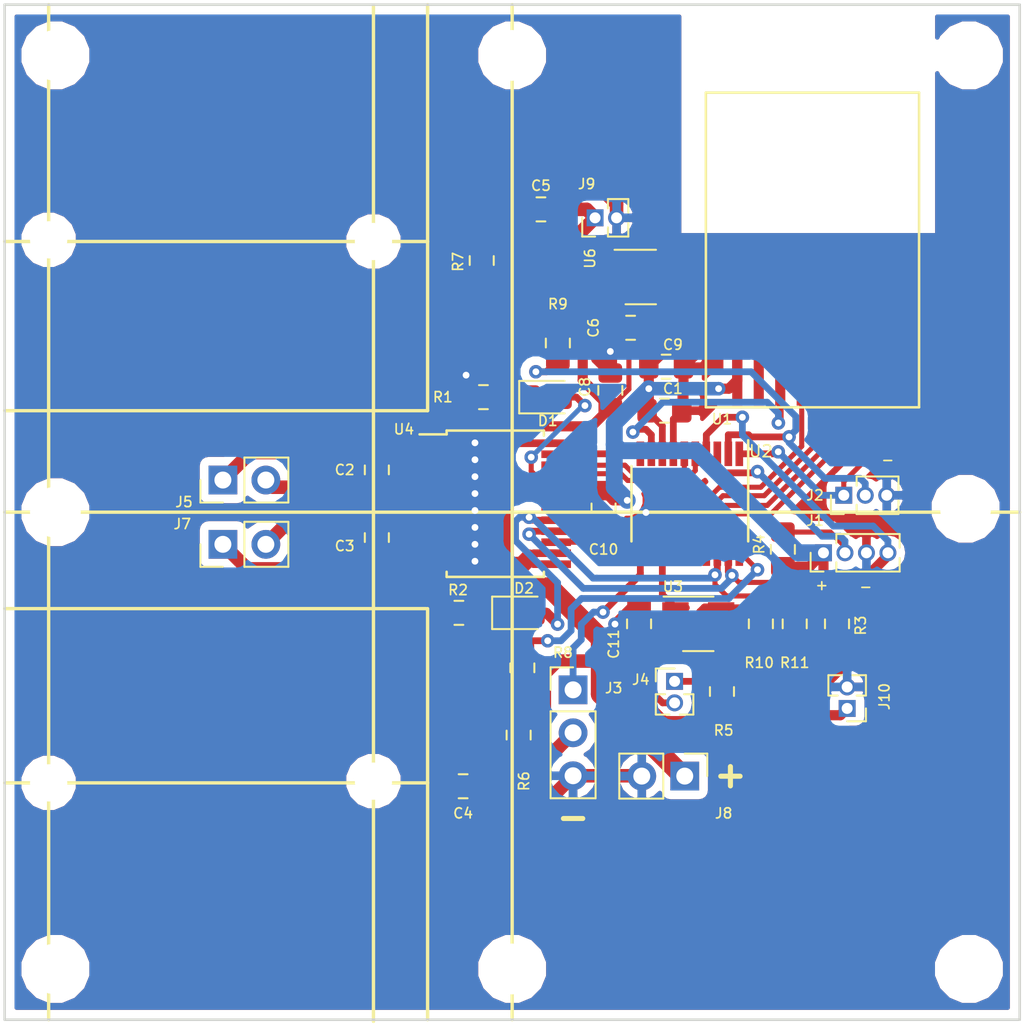
<source format=kicad_pcb>
(kicad_pcb (version 20171130) (host pcbnew 5.0.2-bee76a0~70~ubuntu16.04.1)
  (layers (0 F.Cu signal) (31 B.Cu signal) (34 B.Paste user) (35 F.Paste user) (36 B.SilkS user) (37 F.SilkS user) (38 B.Mask user) (39 F.Mask user) (44 Edge.Cuts user))
  (net 0 "")
  (net 1 GND)
  (net 2 +3V8)
  (net 3 +3V3)
  (net 4 "Net-(D1-Pad1)")
  (net 5 /AIN1)
  (net 6 "Net-(D2-Pad1)")
  (net 7 /BIN1)
  (net 8 /SWIM_DATA)
  (net 9 /DeviceEnable)
  (net 10 /NRF_IRQ)
  (net 11 /Device2Enable)
  (net 12 /ServoPWM)
  (net 13 /ServoPower)
  (net 14 /Device2Power)
  (net 15 /DevicePower)
  (net 16 "Net-(Q1-Pad3)")
  (net 17 "Net-(Q1-Pad1)")
  (net 18 "Net-(Q2-Pad1)")
  (net 19 "Net-(Q2-Pad3)")
  (net 20 /ServoEnable)
  (net 21 /BIN2)
  (net 22 /NRF_CE)
  (net 23 /MotorA_PWM)
  (net 24 /MotorB_PWM)
  (net 25 /SPI_CS)
  (net 26 /SPI_CLK)
  (net 27 /SPI_MOSI)
  (net 28 /SPI_MISO)
  (net 29 /AIN2)
  (net 30 "Net-(C2-Pad1)")
  (net 31 "Net-(C2-Pad2)")
  (net 32 "Net-(C3-Pad2)")
  (net 33 "Net-(C3-Pad1)")
  (net 34 "Net-(J4-Pad1)")
  (net 35 "Net-(U2-Pad13)")
  (net 36 "Net-(C6-Pad1)")
  (module Capacitor_SMD:C_0805_2012Metric_Pad1.15x1.40mm_HandSolder (layer F.Cu) (at 62.1 52.4)
    (fp_text reference C9 (at 0.4 -1.3) (layer F.SilkS) (effects (font (size 0.6 0.6) (thickness 0.1))))
    (fp_text value 100nF)
    (pad 1 smd roundrect (at -1.025 0) (size 1.15 1.4) (layers F.Cu F.Paste F.Mask) (roundrect_rratio 0.217391) (net 3 +3V3))
    (pad 2 smd roundrect (at 1.025 0) (size 1.15 1.4) (layers F.Cu F.Paste F.Mask) (roundrect_rratio 0.217391) (net 1 GND))
  )
  (module kicad-libraries:SOT23-3 (layer F.Cu) (at 68.8 72)
    (fp_text reference VT3)
    (fp_text value NTS4101PT1G)
    (pad 1 smd rect (at 0.889 -1.016) (size 0.9144 0.9144) (layers F.Cu F.Paste F.Mask) (net 9 /DeviceEnable))
    (pad 2 smd rect (at -0.889 -1.016) (size 0.9144 0.9144) (layers F.Cu F.Paste F.Mask) (net 3 +3V3))
    (pad 3 smd rect (at 0 1.00076) (size 0.9144 0.9144) (layers F.Cu F.Paste F.Mask) (net 15 /DevicePower))
  )
  (module Connector_PinHeader_2.54mm:PinHeader_1x03_P2.54mm_Vertical (layer F.Cu) (at 56.6 71.5)
    (fp_text reference J3 (at 2.4 -0.1) (layer F.SilkS) (effects (font (size 0.6 0.6) (thickness 0.1))))
    (fp_text value SERVO)
    (pad 1 thru_hole rect (at 0 0) (size 1.7 1.7) (drill 1) (layers *.Cu *.Mask) (net 12 /ServoPWM))
    (pad 2 thru_hole oval (at 0 2.54) (size 1.7 1.7) (drill 1) (layers *.Cu *.Mask) (net 13 /ServoPower))
    (pad 3 thru_hole oval (at 0 5.08) (size 1.7 1.7) (drill 1) (layers *.Cu *.Mask) (net 1 GND))
  )
  (module Capacitor_SMD:C_0805_2012Metric_Pad1.15x1.40mm_HandSolder (layer F.Cu) (at 58.4 60.75 270)
    (fp_text reference C10 (at 2.45 0) (layer F.SilkS) (effects (font (size 0.6 0.6) (thickness 0.1))))
    (fp_text value 100nF)
    (pad 1 smd roundrect (at -1.025 0 270) (size 1.15 1.4) (layers F.Cu F.Paste F.Mask) (roundrect_rratio 0.217391) (net 3 +3V3))
    (pad 2 smd roundrect (at 1.025 0 270) (size 1.15 1.4) (layers F.Cu F.Paste F.Mask) (roundrect_rratio 0.217391) (net 1 GND))
  )
  (module kicad-libraries:SOT23-3 (layer F.Cu) (at 52 51)
    (fp_text reference Q2)
    (fp_text value BC847BLT1G)
    (pad 1 smd rect (at 0.889 -1.016) (size 0.9144 0.9144) (layers F.Cu F.Paste F.Mask) (net 18 "Net-(Q2-Pad1)"))
    (pad 2 smd rect (at -0.889 -1.016) (size 0.9144 0.9144) (layers F.Cu F.Paste F.Mask) (net 1 GND))
    (pad 3 smd rect (at 0 1.00076) (size 0.9144 0.9144) (layers F.Cu F.Paste F.Mask) (net 19 "Net-(Q2-Pad3)"))
  )
  (module Connector_PinHeader_2.54mm:PinHeader_1x02_P2.54mm_Vertical (layer F.Cu) (at 63.2 76.6 270)
    (fp_text reference J8 (at 2.2 -2.3) (layer F.SilkS) (effects (font (size 0.6 0.6) (thickness 0.1))))
    (fp_text value "3P BAT")
    (pad 1 thru_hole rect (at 0 0 270) (size 1.7 1.7) (drill 1) (layers *.Cu *.Mask) (net 2 +3V8))
    (pad 2 thru_hole oval (at 0 2.54 270) (size 1.7 1.7) (drill 1) (layers *.Cu *.Mask) (net 1 GND))
  )
  (module Capacitor_SMD:C_0805_2012Metric_Pad1.15x1.40mm_HandSolder (layer F.Cu) (at 62 55)
    (fp_text reference C1 (at 0.5 -1.3) (layer F.SilkS) (effects (font (size 0.6 0.6) (thickness 0.1))))
    (fp_text value 100nF)
    (pad 2 smd roundrect (at 1.025 0) (size 1.15 1.4) (layers F.Cu F.Paste F.Mask) (roundrect_rratio 0.217391) (net 1 GND))
    (pad 1 smd roundrect (at -1.025 0) (size 1.15 1.4) (layers F.Cu F.Paste F.Mask) (roundrect_rratio 0.217391) (net 3 +3V3))
  )
  (module Capacitor_SMD:C_0805_2012Metric_Pad1.15x1.40mm_HandSolder (layer F.Cu) (at 45 58.5 270)
    (fp_text reference C2 (at 0 1.9) (layer F.SilkS) (effects (font (size 0.6 0.6) (thickness 0.1))))
    (fp_text value 0,1uF)
    (pad 1 smd roundrect (at -1.025 0 270) (size 1.15 1.4) (layers F.Cu F.Paste F.Mask) (roundrect_rratio 0.217391) (net 30 "Net-(C2-Pad1)"))
    (pad 2 smd roundrect (at 1.025 0 270) (size 1.15 1.4) (layers F.Cu F.Paste F.Mask) (roundrect_rratio 0.217391) (net 31 "Net-(C2-Pad2)"))
  )
  (module Capacitor_SMD:C_0805_2012Metric_Pad1.15x1.40mm_HandSolder (layer F.Cu) (at 45 62.5 90)
    (fp_text reference C3 (at -0.5 -1.9 180) (layer F.SilkS) (effects (font (size 0.6 0.6) (thickness 0.1))))
    (fp_text value 0,1uF)
    (pad 2 smd roundrect (at 1.025 0 90) (size 1.15 1.4) (layers F.Cu F.Paste F.Mask) (roundrect_rratio 0.217391) (net 32 "Net-(C3-Pad2)"))
    (pad 1 smd roundrect (at -1.025 0 90) (size 1.15 1.4) (layers F.Cu F.Paste F.Mask) (roundrect_rratio 0.217391) (net 33 "Net-(C3-Pad1)"))
  )
  (module Capacitor_SMD:C_0805_2012Metric_Pad1.15x1.40mm_HandSolder (layer F.Cu) (at 50.1 77.2 180)
    (fp_text reference C4 (at 0 -1.6 180) (layer F.SilkS) (effects (font (size 0.6 0.6) (thickness 0.1))))
    (fp_text value 0,1uF)
    (pad 2 smd roundrect (at 1.025 0 180) (size 1.15 1.4) (layers F.Cu F.Paste F.Mask) (roundrect_rratio 0.217391) (net 1 GND))
    (pad 1 smd roundrect (at -1.025 0 180) (size 1.15 1.4) (layers F.Cu F.Paste F.Mask) (roundrect_rratio 0.217391) (net 13 /ServoPower))
  )
  (module Capacitor_SMD:C_0805_2012Metric_Pad1.15x1.40mm_HandSolder (layer F.Cu) (at 54.7 43.1 180)
    (fp_text reference C5 (at 0 1.4) (layer F.SilkS) (effects (font (size 0.6 0.6) (thickness 0.1))))
    (fp_text value 0,1uF)
    (pad 2 smd roundrect (at 1.025 0 180) (size 1.15 1.4) (layers F.Cu F.Paste F.Mask) (roundrect_rratio 0.217391) (net 1 GND))
    (pad 1 smd roundrect (at -1.025 0 180) (size 1.15 1.4) (layers F.Cu F.Paste F.Mask) (roundrect_rratio 0.217391) (net 14 /Device2Power))
  )
  (module Capacitor_SMD:C_0805_2012Metric_Pad1.15x1.40mm_HandSolder (layer F.Cu) (at 58.8 53.8 90)
    (fp_text reference C8 (at 0.2 -1.5 90) (layer F.SilkS) (effects (font (size 0.6 0.6) (thickness 0.1))))
    (fp_text value 100nF)
    (pad 1 smd roundrect (at -1.025 0 90) (size 1.15 1.4) (layers F.Cu F.Paste F.Mask) (roundrect_rratio 0.217391) (net 2 +3V8))
    (pad 2 smd roundrect (at 1.025 0 90) (size 1.15 1.4) (layers F.Cu F.Paste F.Mask) (roundrect_rratio 0.217391) (net 1 GND))
  )
  (module LED_SMD:LED_0805_2012Metric (layer F.Cu) (at 55.1 54.2)
    (fp_text reference D1 (at 0 1.4 180) (layer F.SilkS) (effects (font (size 0.6 0.6) (thickness 0.1))))
    (fp_text value LED)
    (pad 1 smd roundrect (at -0.9375 0) (size 0.975 1.4) (layers F.Cu F.Paste F.Mask) (net 4 "Net-(D1-Pad1)"))
    (pad 2 smd roundrect (at 0.9375 0) (size 0.975 1.4) (layers F.Cu F.Paste F.Mask) (net 5 /AIN1))
  )
  (module LED_SMD:LED_0805_2012Metric (layer F.Cu) (at 53.5 66.95)
    (fp_text reference D2 (at 0.2 -1.45) (layer F.SilkS) (effects (font (size 0.6 0.6) (thickness 0.1))))
    (fp_text value LED)
    (pad 1 smd roundrect (at -0.9375 0) (size 0.975 1.4) (layers F.Cu F.Paste F.Mask) (net 6 "Net-(D2-Pad1)"))
    (pad 2 smd roundrect (at 0.9375 0) (size 0.975 1.4) (layers F.Cu F.Paste F.Mask) (net 7 /BIN1))
  )
  (module Connector_PinHeader_1.27mm:PinHeader_1x02_P1.27mm_Vertical (layer F.Cu) (at 72.8 72.6 180)
    (fp_text reference J10 (at -2.2 0.7 270) (layer F.SilkS) (effects (font (size 0.6 0.6) (thickness 0.1))))
    (fp_text value DEVICE)
    (pad 2 thru_hole oval (at 0 1.27 180) (size 1 1) (drill 0.65) (layers *.Cu *.Mask) (net 1 GND))
    (pad 1 thru_hole rect (at 0 0 180) (size 1 1) (drill 0.65) (layers *.Cu *.Mask) (net 15 /DevicePower))
  )
  (module kicad-libraries:SOT23-3 (layer F.Cu) (at 50.35 70.45)
    (fp_text reference Q1)
    (fp_text value BC847BLT1G)
    (pad 3 smd rect (at 0 1.00076) (size 0.9144 0.9144) (layers F.Cu F.Paste F.Mask) (net 16 "Net-(Q1-Pad3)"))
    (pad 2 smd rect (at -0.889 -1.016) (size 0.9144 0.9144) (layers F.Cu F.Paste F.Mask) (net 1 GND))
    (pad 1 smd rect (at 0.889 -1.016) (size 0.9144 0.9144) (layers F.Cu F.Paste F.Mask) (net 17 "Net-(Q1-Pad1)"))
  )
  (module Resistor_SMD:R_0805_2012Metric_Pad1.15x1.40mm_HandSolder (layer F.Cu) (at 51.3 54.2 180)
    (fp_text reference R1 (at 2.4 0 180) (layer F.SilkS) (effects (font (size 0.6 0.6) (thickness 0.1))))
    (fp_text value 1K)
    (pad 2 smd roundrect (at 1.025 0 180) (size 1.15 1.4) (layers F.Cu F.Paste F.Mask) (roundrect_rratio 0.217391) (net 1 GND))
    (pad 1 smd roundrect (at -1.025 0 180) (size 1.15 1.4) (layers F.Cu F.Paste F.Mask) (roundrect_rratio 0.217391) (net 4 "Net-(D1-Pad1)"))
  )
  (module Resistor_SMD:R_0805_2012Metric_Pad1.15x1.40mm_HandSolder (layer F.Cu) (at 49.85 66.95 180)
    (fp_text reference R2 (at 0.05 1.35 180) (layer F.SilkS) (effects (font (size 0.6 0.6) (thickness 0.1))))
    (fp_text value 1K)
    (pad 1 smd roundrect (at -1.025 0 180) (size 1.15 1.4) (layers F.Cu F.Paste F.Mask) (roundrect_rratio 0.217391) (net 6 "Net-(D2-Pad1)"))
    (pad 2 smd roundrect (at 1.025 0 180) (size 1.15 1.4) (layers F.Cu F.Paste F.Mask) (roundrect_rratio 0.217391) (net 1 GND))
  )
  (module Resistor_SMD:R_0805_2012Metric_Pad1.15x1.40mm_HandSolder (layer F.Cu) (at 72.2 67.6 90)
    (fp_text reference R3 (at -0.1 1.4 90) (layer F.SilkS) (effects (font (size 0.6 0.6) (thickness 0.1))))
    (fp_text value 100K)
    (pad 1 smd roundrect (at -1.025 0 90) (size 1.15 1.4) (layers F.Cu F.Paste F.Mask) (roundrect_rratio 0.217391) (net 3 +3V3))
    (pad 2 smd roundrect (at 1.025 0 90) (size 1.15 1.4) (layers F.Cu F.Paste F.Mask) (roundrect_rratio 0.217391) (net 9 /DeviceEnable))
  )
  (module Resistor_SMD:R_0805_2012Metric_Pad1.15x1.40mm_HandSolder (layer F.Cu) (at 69 63.2 90)
    (fp_text reference R4 (at 0.3 -1.4 90) (layer F.SilkS) (effects (font (size 0.6 0.6) (thickness 0.1))))
    (fp_text value 100K)
    (pad 1 smd roundrect (at -1.025 0 90) (size 1.15 1.4) (layers F.Cu F.Paste F.Mask) (roundrect_rratio 0.217391) (net 3 +3V3))
    (pad 2 smd roundrect (at 1.025 0 90) (size 1.15 1.4) (layers F.Cu F.Paste F.Mask) (roundrect_rratio 0.217391) (net 8 /SWIM_DATA))
  )
  (module Resistor_SMD:R_0805_2012Metric_Pad1.15x1.40mm_HandSolder (layer F.Cu) (at 65.4 71.6 270)
    (fp_text reference R5 (at 2.3 -0.1) (layer F.SilkS) (effects (font (size 0.6 0.6) (thickness 0.1))))
    (fp_text value ?K)
    (pad 2 smd roundrect (at 1.025 0 270) (size 1.15 1.4) (layers F.Cu F.Paste F.Mask) (roundrect_rratio 0.217391) (net 1 GND))
    (pad 1 smd roundrect (at -1.025 0 270) (size 1.15 1.4) (layers F.Cu F.Paste F.Mask) (roundrect_rratio 0.217391) (net 34 "Net-(J4-Pad1)"))
  )
  (module Resistor_SMD:R_0805_2012Metric_Pad1.15x1.40mm_HandSolder (layer F.Cu) (at 53.381441 74.175 90)
    (fp_text reference R6 (at -2.725 0.318559 270) (layer F.SilkS) (effects (font (size 0.6 0.6) (thickness 0.1))))
    (fp_text value 100K)
    (pad 2 smd roundrect (at 1.025 0 90) (size 1.15 1.4) (layers F.Cu F.Paste F.Mask) (roundrect_rratio 0.217391) (net 16 "Net-(Q1-Pad3)"))
    (pad 1 smd roundrect (at -1.025 0 90) (size 1.15 1.4) (layers F.Cu F.Paste F.Mask) (roundrect_rratio 0.217391) (net 2 +3V8))
  )
  (module Resistor_SMD:R_0805_2012Metric_Pad1.15x1.40mm_HandSolder (layer F.Cu) (at 51.2 46.125 90)
    (fp_text reference R7 (at -0.075 -1.4 90) (layer F.SilkS) (effects (font (size 0.6 0.6) (thickness 0.1))))
    (fp_text value 100K)
    (pad 1 smd roundrect (at -1.025 0 90) (size 1.15 1.4) (layers F.Cu F.Paste F.Mask) (roundrect_rratio 0.217391) (net 2 +3V8))
    (pad 2 smd roundrect (at 1.025 0 90) (size 1.15 1.4) (layers F.Cu F.Paste F.Mask) (roundrect_rratio 0.217391) (net 19 "Net-(Q2-Pad3)"))
  )
  (module Resistor_SMD:R_0805_2012Metric_Pad1.15x1.40mm_HandSolder (layer F.Cu) (at 53.6 70.2 90)
    (fp_text reference R8 (at 0.9 2.4 180) (layer F.SilkS) (effects (font (size 0.6 0.6) (thickness 0.1))))
    (fp_text value 1K)
    (pad 2 smd roundrect (at 1.025 0 90) (size 1.15 1.4) (layers F.Cu F.Paste F.Mask) (roundrect_rratio 0.217391) (net 20 /ServoEnable))
    (pad 1 smd roundrect (at -1.025 0 90) (size 1.15 1.4) (layers F.Cu F.Paste F.Mask) (roundrect_rratio 0.217391) (net 17 "Net-(Q1-Pad1)"))
  )
  (module Resistor_SMD:R_0805_2012Metric_Pad1.15x1.40mm_HandSolder (layer F.Cu) (at 55.7 51 270)
    (fp_text reference R9 (at -2.3 0) (layer F.SilkS) (effects (font (size 0.6 0.6) (thickness 0.1))))
    (fp_text value 1K)
    (pad 1 smd roundrect (at -1.025 0 270) (size 1.15 1.4) (layers F.Cu F.Paste F.Mask) (roundrect_rratio 0.217391) (net 18 "Net-(Q2-Pad1)"))
    (pad 2 smd roundrect (at 1.025 0 270) (size 1.15 1.4) (layers F.Cu F.Paste F.Mask) (roundrect_rratio 0.217391) (net 11 /Device2Enable))
  )
  (module Resistor_SMD:R_0805_2012Metric_Pad1.15x1.40mm_HandSolder (layer F.Cu) (at 67.7 67.6 90)
    (fp_text reference R10 (at -2.3 -0.1 180) (layer F.SilkS) (effects (font (size 0.6 0.6) (thickness 0.1))))
    (fp_text value 1K)
    (pad 1 smd roundrect (at -1.025 0 90) (size 1.15 1.4) (layers F.Cu F.Paste F.Mask) (roundrect_rratio 0.217391) (net 3 +3V3))
    (pad 2 smd roundrect (at 1.025 0 90) (size 1.15 1.4) (layers F.Cu F.Paste F.Mask) (roundrect_rratio 0.217391) (net 7 /BIN1))
  )
  (module Resistor_SMD:R_0805_2012Metric_Pad1.15x1.40mm_HandSolder (layer F.Cu) (at 69.7 67.6 90)
    (fp_text reference R11 (at -2.3 0 180) (layer F.SilkS) (effects (font (size 0.6 0.6) (thickness 0.1))))
    (fp_text value 1K)
    (pad 1 smd roundrect (at -1.025 0 90) (size 1.15 1.4) (layers F.Cu F.Paste F.Mask) (roundrect_rratio 0.217391) (net 3 +3V3))
    (pad 2 smd roundrect (at 1.025 0 90) (size 1.15 1.4) (layers F.Cu F.Paste F.Mask) (roundrect_rratio 0.217391) (net 21 /BIN2))
  )
  (module kicad-libraries:SOT23-3 (layer F.Cu) (at 50.35 74.2)
    (fp_text reference VT1)
    (fp_text value NTS4101PT1G)
    (pad 1 smd rect (at 0.889 -1.016) (size 0.9144 0.9144) (layers F.Cu F.Paste F.Mask) (net 16 "Net-(Q1-Pad3)"))
    (pad 2 smd rect (at -0.889 -1.016) (size 0.9144 0.9144) (layers F.Cu F.Paste F.Mask) (net 2 +3V8))
    (pad 3 smd rect (at 0 1.00076) (size 0.9144 0.9144) (layers F.Cu F.Paste F.Mask) (net 13 /ServoPower))
  )
  (module kicad-libraries:SOT23-3 (layer F.Cu) (at 54.6 46 180)
    (fp_text reference VT2)
    (fp_text value NTS4101PT1G)
    (pad 3 smd rect (at 0 1.00076 180) (size 0.9144 0.9144) (layers F.Cu F.Paste F.Mask) (net 14 /Device2Power))
    (pad 2 smd rect (at -0.889 -1.016 180) (size 0.9144 0.9144) (layers F.Cu F.Paste F.Mask) (net 2 +3V8))
    (pad 1 smd rect (at 0.889 -1.016 180) (size 0.9144 0.9144) (layers F.Cu F.Paste F.Mask) (net 19 "Net-(Q2-Pad3)"))
  )
  (module Connector_PinHeader_1.27mm:PinHeader_1x04_P1.27mm_Vertical (layer F.Cu) (at 71.4 63.4 90)
    (fp_text reference J1 (at 1.9 -0.5) (layer F.SilkS) (effects (font (size 0.6 0.6) (thickness 0.1))))
    (fp_text value Prog)
    (pad 1 thru_hole rect (at 0 0 90) (size 1 1) (drill 0.65) (layers *.Cu *.Mask) (net 3 +3V3))
    (pad 2 thru_hole oval (at 0 1.27 90) (size 1 1) (drill 0.65) (layers *.Cu *.Mask) (net 8 /SWIM_DATA))
    (pad 3 thru_hole oval (at 0 2.54 90) (size 1 1) (drill 0.65) (layers *.Cu *.Mask) (net 1 GND))
    (pad 4 thru_hole oval (at 0 3.81 90) (size 1 1) (drill 0.65) (layers *.Cu *.Mask) (net 9 /DeviceEnable))
  )
  (module Connector_PinHeader_1.27mm:PinHeader_1x03_P1.27mm_Vertical (layer F.Cu) (at 72.6 60 90)
    (fp_text reference J2 (at 0 -1.7 180) (layer F.SilkS) (effects (font (size 0.6 0.6) (thickness 0.1))))
    (fp_text value UART)
    (pad 1 thru_hole rect (at 0 0 90) (size 1 1) (drill 0.65) (layers *.Cu *.Mask) (net 10 /NRF_IRQ))
    (pad 2 thru_hole oval (at 0 1.27 90) (size 1 1) (drill 0.65) (layers *.Cu *.Mask) (net 11 /Device2Enable))
    (pad 3 thru_hole oval (at 0 2.54 90) (size 1 1) (drill 0.65) (layers *.Cu *.Mask) (net 1 GND))
  )
  (module Connector_PinHeader_1.27mm:PinHeader_1x02_P1.27mm_Vertical (layer F.Cu) (at 62.6 71)
    (fp_text reference J4 (at -2 -0.1) (layer F.SilkS) (effects (font (size 0.6 0.6) (thickness 0.1))))
    (fp_text value DIODE)
    (pad 2 thru_hole oval (at 0 1.27) (size 1 1) (drill 0.65) (layers *.Cu *.Mask) (net 3 +3V3))
    (pad 1 thru_hole rect (at 0 0) (size 1 1) (drill 0.65) (layers *.Cu *.Mask) (net 34 "Net-(J4-Pad1)"))
  )
  (module Connector_PinHeader_2.54mm:PinHeader_1x02_P2.54mm_Vertical (layer F.Cu) (at 35.9 59.1 90)
    (fp_text reference J5 (at -1.3 -2.3 180) (layer F.SilkS) (effects (font (size 0.6 0.6) (thickness 0.1))))
    (fp_text value MOTOR1)
    (pad 2 thru_hole oval (at 0 2.54 90) (size 1.7 1.7) (drill 1) (layers *.Cu *.Mask) (net 31 "Net-(C2-Pad2)"))
    (pad 1 thru_hole rect (at 0 0 90) (size 1.7 1.7) (drill 1) (layers *.Cu *.Mask) (net 30 "Net-(C2-Pad1)"))
  )
  (module Connector_PinHeader_2.54mm:PinHeader_1x02_P2.54mm_Vertical (layer F.Cu) (at 35.9 62.9 90)
    (fp_text reference J7 (at 1.2 -2.4 180) (layer F.SilkS) (effects (font (size 0.6 0.6) (thickness 0.1))))
    (fp_text value MOTOR2)
    (pad 1 thru_hole rect (at 0 0 90) (size 1.7 1.7) (drill 1) (layers *.Cu *.Mask) (net 33 "Net-(C3-Pad1)"))
    (pad 2 thru_hole oval (at 0 2.54 90) (size 1.7 1.7) (drill 1) (layers *.Cu *.Mask) (net 32 "Net-(C3-Pad2)"))
  )
  (module Connector_PinHeader_1.27mm:PinHeader_1x02_P1.27mm_Vertical (layer F.Cu) (at 57.9 43.6 90)
    (fp_text reference J9 (at 2 -0.5 180) (layer F.SilkS) (effects (font (size 0.6 0.6) (thickness 0.1))))
    (fp_text value DEVICE2)
    (pad 1 thru_hole rect (at 0 0 90) (size 1 1) (drill 0.65) (layers *.Cu *.Mask) (net 14 /Device2Power))
    (pad 2 thru_hole oval (at 0 1.27 90) (size 1 1) (drill 0.65) (layers *.Cu *.Mask) (net 1 GND))
  )
  (module akrapivniy:NRF24L01SMD (layer F.Cu) (at 70.75 45.5)
    (fp_text reference U1 (at -5.35 10) (layer F.SilkS) (effects (font (size 0.6 0.6) (thickness 0.1))))
    (fp_text value NRF24L)
    (pad 1 smd rect (at -4.445 7.7) (size 0.6 3) (layers F.Cu F.Paste F.Mask) (net 3 +3V3))
    (pad 2 smd rect (at -3.175 7.7) (size 0.6 3) (layers F.Cu F.Paste F.Mask) (net 1 GND))
    (pad 3 smd rect (at -1.905 7.7) (size 0.6 3) (layers F.Cu F.Paste F.Mask) (net 22 /NRF_CE))
    (pad 4 smd rect (at -0.635 7.7) (size 0.6 3) (layers F.Cu F.Paste F.Mask) (net 25 /SPI_CS))
    (pad 5 smd rect (at 0.635 7.7) (size 0.6 3) (layers F.Cu F.Paste F.Mask) (net 26 /SPI_CLK))
    (pad 6 smd rect (at 1.905 7.7) (size 0.6 3) (layers F.Cu F.Paste F.Mask) (net 27 /SPI_MOSI))
    (pad 7 smd rect (at 3.175 7.7) (size 0.6 3) (layers F.Cu F.Paste F.Mask) (net 28 /SPI_MISO))
    (pad 8 smd rect (at 4.445 7.7) (size 0.6 3) (layers F.Cu F.Paste F.Mask) (net 10 /NRF_IRQ))
  )
  (module Package_SO:TSSOP-20_4.4x6.5mm_P0.65mm (layer F.Cu) (at 63.5 60.5 270)
    (fp_text reference U2 (at -3.1 -4.2) (layer F.SilkS) (effects (font (size 0.7 0.7) (thickness 0.1))))
    (fp_text value STM8L051F3P)
    (pad 1 smd rect (at -2.95 -2.925 270) (size 1.45 0.45) (layers F.Cu F.Paste F.Mask) (net 10 /NRF_IRQ))
    (pad 2 smd rect (at -2.95 -2.275 270) (size 1.45 0.45) (layers F.Cu F.Paste F.Mask) (net 11 /Device2Enable))
    (pad 3 smd rect (at -2.95 -1.625 270) (size 1.45 0.45) (layers F.Cu F.Paste F.Mask) (net 8 /SWIM_DATA))
    (pad 4 smd rect (at -2.95 -0.975 270) (size 1.45 0.45) (layers F.Cu F.Paste F.Mask) (net 9 /DeviceEnable))
    (pad 5 smd rect (at -2.95 -0.325 270) (size 1.45 0.45) (layers F.Cu F.Paste F.Mask) (net 5 /AIN1))
    (pad 6 smd rect (at -2.95 0.325 270) (size 1.45 0.45) (layers F.Cu F.Paste F.Mask) (net 29 /AIN2))
    (pad 7 smd rect (at -2.95 0.975 270) (size 1.45 0.45) (layers F.Cu F.Paste F.Mask) (net 1 GND))
    (pad 8 smd rect (at -2.95 1.625 270) (size 1.45 0.45) (layers F.Cu F.Paste F.Mask) (net 3 +3V3))
    (pad 9 smd rect (at -2.95 2.275 270) (size 1.45 0.45) (layers F.Cu F.Paste F.Mask) (net 22 /NRF_CE))
    (pad 10 smd rect (at -2.95 2.925 270) (size 1.45 0.45) (layers F.Cu F.Paste F.Mask) (net 23 /MotorA_PWM))
    (pad 11 smd rect (at 2.95 2.925 270) (size 1.45 0.45) (layers F.Cu F.Paste F.Mask) (net 12 /ServoPWM))
    (pad 12 smd rect (at 2.95 2.275 270) (size 1.45 0.45) (layers F.Cu F.Paste F.Mask) (net 24 /MotorB_PWM))
    (pad 13 smd rect (at 2.95 1.625 270) (size 1.45 0.45) (layers F.Cu F.Paste F.Mask) (net 35 "Net-(U2-Pad13)"))
    (pad 14 smd rect (at 2.95 0.975 270) (size 1.45 0.45) (layers F.Cu F.Paste F.Mask) (net 25 /SPI_CS))
    (pad 15 smd rect (at 2.95 0.325 270) (size 1.45 0.45) (layers F.Cu F.Paste F.Mask) (net 26 /SPI_CLK))
    (pad 16 smd rect (at 2.95 -0.325 270) (size 1.45 0.45) (layers F.Cu F.Paste F.Mask) (net 27 /SPI_MOSI))
    (pad 17 smd rect (at 2.95 -0.975 270) (size 1.45 0.45) (layers F.Cu F.Paste F.Mask) (net 28 /SPI_MISO))
    (pad 18 smd rect (at 2.95 -1.625 270) (size 1.45 0.45) (layers F.Cu F.Paste F.Mask) (net 7 /BIN1))
    (pad 19 smd rect (at 2.95 -2.275 270) (size 1.45 0.45) (layers F.Cu F.Paste F.Mask) (net 21 /BIN2))
    (pad 20 smd rect (at 2.95 -2.925 270) (size 1.45 0.45) (layers F.Cu F.Paste F.Mask) (net 20 /ServoEnable))
  )
  (module Package_TO_SOT_SMD:SOT-23-6_Handsoldering (layer F.Cu) (at 64 67.6)
    (fp_text reference U3 (at -1.5 -2.2) (layer F.SilkS) (effects (font (size 0.6 0.6) (thickness 0.1))))
    (fp_text value INA181)
    (pad 1 smd rect (at -1.35 -0.95) (size 1.56 0.65) (layers F.Cu F.Paste F.Mask) (net 35 "Net-(U2-Pad13)"))
    (pad 2 smd rect (at -1.35 0) (size 1.56 0.65) (layers F.Cu F.Paste F.Mask) (net 1 GND))
    (pad 3 smd rect (at -1.35 0.95) (size 1.56 0.65) (layers F.Cu F.Paste F.Mask) (net 3 +3V3))
    (pad 4 smd rect (at 1.35 0.95) (size 1.56 0.65) (layers F.Cu F.Paste F.Mask) (net 34 "Net-(J4-Pad1)"))
    (pad 6 smd rect (at 1.35 -0.95) (size 1.56 0.65) (layers F.Cu F.Paste F.Mask) (net 3 +3V3))
    (pad 5 smd rect (at 1.35 0) (size 1.56 0.65) (layers F.Cu F.Paste F.Mask))
  )
  (module Package_SO:SSOP-24_5.3x8.2mm_P0.65mm (layer F.Cu) (at 52 60.5)
    (fp_text reference U4 (at -5.4 -4.4) (layer F.SilkS) (effects (font (size 0.6 0.6) (thickness 0.1))))
    (fp_text value TB6612FNG)
    (pad 1 smd rect (at -3.6 -3.575) (size 1.75 0.45) (layers F.Cu F.Paste F.Mask) (net 30 "Net-(C2-Pad1)"))
    (pad 2 smd rect (at -3.6 -2.925) (size 1.75 0.45) (layers F.Cu F.Paste F.Mask) (net 30 "Net-(C2-Pad1)"))
    (pad 3 smd rect (at -3.6 -2.275) (size 1.75 0.45) (layers F.Cu F.Paste F.Mask) (net 1 GND))
    (pad 4 smd rect (at -3.6 -1.625) (size 1.75 0.45) (layers F.Cu F.Paste F.Mask) (net 1 GND))
    (pad 5 smd rect (at -3.6 -0.975) (size 1.75 0.45) (layers F.Cu F.Paste F.Mask) (net 31 "Net-(C2-Pad2)"))
    (pad 6 smd rect (at -3.6 -0.325) (size 1.75 0.45) (layers F.Cu F.Paste F.Mask) (net 31 "Net-(C2-Pad2)"))
    (pad 7 smd rect (at -3.6 0.325) (size 1.75 0.45) (layers F.Cu F.Paste F.Mask) (net 32 "Net-(C3-Pad2)"))
    (pad 8 smd rect (at -3.6 0.975) (size 1.75 0.45) (layers F.Cu F.Paste F.Mask) (net 32 "Net-(C3-Pad2)"))
    (pad 9 smd rect (at -3.6 1.625) (size 1.75 0.45) (layers F.Cu F.Paste F.Mask) (net 1 GND))
    (pad 10 smd rect (at -3.6 2.275) (size 1.75 0.45) (layers F.Cu F.Paste F.Mask) (net 1 GND))
    (pad 11 smd rect (at -3.6 2.925) (size 1.75 0.45) (layers F.Cu F.Paste F.Mask) (net 33 "Net-(C3-Pad1)"))
    (pad 12 smd rect (at -3.6 3.575) (size 1.75 0.45) (layers F.Cu F.Paste F.Mask) (net 33 "Net-(C3-Pad1)"))
    (pad 13 smd rect (at 3.6 3.575) (size 1.75 0.45) (layers F.Cu F.Paste F.Mask) (net 2 +3V8))
    (pad 14 smd rect (at 3.6 2.925) (size 1.75 0.45) (layers F.Cu F.Paste F.Mask) (net 2 +3V8))
    (pad 15 smd rect (at 3.6 2.275) (size 1.75 0.45) (layers F.Cu F.Paste F.Mask) (net 24 /MotorB_PWM))
    (pad 16 smd rect (at 3.6 1.625) (size 1.75 0.45) (layers F.Cu F.Paste F.Mask) (net 21 /BIN2))
    (pad 17 smd rect (at 3.6 0.975) (size 1.75 0.45) (layers F.Cu F.Paste F.Mask) (net 7 /BIN1))
    (pad 18 smd rect (at 3.6 0.325) (size 1.75 0.45) (layers F.Cu F.Paste F.Mask) (net 1 GND))
    (pad 19 smd rect (at 3.6 -0.325) (size 1.75 0.45) (layers F.Cu F.Paste F.Mask) (net 3 +3V3))
    (pad 20 smd rect (at 3.6 -0.975) (size 1.75 0.45) (layers F.Cu F.Paste F.Mask) (net 3 +3V3))
    (pad 21 smd rect (at 3.6 -1.625) (size 1.75 0.45) (layers F.Cu F.Paste F.Mask) (net 5 /AIN1))
    (pad 22 smd rect (at 3.6 -2.275) (size 1.75 0.45) (layers F.Cu F.Paste F.Mask) (net 29 /AIN2))
    (pad 23 smd rect (at 3.6 -2.925) (size 1.75 0.45) (layers F.Cu F.Paste F.Mask) (net 23 /MotorA_PWM))
    (pad 24 smd rect (at 3.6 -3.575) (size 1.75 0.45) (layers F.Cu F.Paste F.Mask) (net 2 +3V8))
  )
  (module Capacitor_SMD:C_0805_2012Metric_Pad1.15x1.40mm_HandSolder (layer F.Cu) (at 60.5 67.6 90)
    (fp_text reference C11 (at -1.2 -1.5 90) (layer F.SilkS) (effects (font (size 0.6 0.6) (thickness 0.1))))
    (fp_text value 100nF)
    (pad 1 smd roundrect (at -1.025 0 90) (size 1.15 1.4) (layers F.Cu F.Paste F.Mask) (roundrect_rratio 0.217391) (net 3 +3V3))
    (pad 2 smd roundrect (at 1.025 0 90) (size 1.15 1.4) (layers F.Cu F.Paste F.Mask) (roundrect_rratio 0.217391) (net 1 GND))
  )
  (module MountingHole:MountingHole_3mm (layer F.Cu) (at 80 88)
    (fp_text reference H1 hide)
    (fp_text value MountingHole)
    (pad 1 np_thru_hole circle (at 0 0) (size 3 3) (drill 3) (layers *.Cu *.Mask))
  )
  (module MountingHole:MountingHole_3mm (layer F.Cu) (at 80 34)
    (fp_text reference H2 hide)
    (fp_text value MountingHole)
    (pad 1 np_thru_hole circle (at 0 0) (size 3 3) (drill 3) (layers *.Cu *.Mask))
  )
  (module MountingHole:MountingHole_3mm (layer F.Cu) (at 53 34)
    (fp_text reference H3 hide)
    (fp_text value MountingHole)
    (pad 1 np_thru_hole circle (at 0 0) (size 3 3) (drill 3) (layers *.Cu *.Mask))
  )
  (module MountingHole:MountingHole_3mm (layer F.Cu) (at 26 61)
    (fp_text reference H5 hide)
    (fp_text value MountingHole)
    (pad 1 np_thru_hole circle (at 0 0) (size 3 3) (drill 3) (layers *.Cu *.Mask))
  )
  (module MountingHole:MountingHole_3mm (layer F.Cu) (at 53 88)
    (fp_text reference H6 hide)
    (fp_text value MountingHole)
    (pad 1 np_thru_hole circle (at 0 0) (size 3 3) (drill 3) (layers *.Cu *.Mask))
  )
  (module MountingHole:MountingHole_3mm (layer F.Cu) (at 26 88)
    (fp_text reference H7 hide)
    (fp_text value MountingHole)
    (pad 1 np_thru_hole circle (at 0 0) (size 3 3) (drill 3) (layers *.Cu *.Mask))
  )
  (module MountingHole:MountingHole_3mm (layer F.Cu) (at 26 34)
    (fp_text reference H8 hide)
    (fp_text value MountingHole)
    (pad 1 np_thru_hole circle (at 0 0) (size 3 3) (drill 3) (layers *.Cu *.Mask))
  )
  (module MountingHole:MountingHole_3mm (layer F.Cu) (at 79.8 60.8)
    (fp_text reference H4 hide)
    (fp_text value MountingHole)
    (pad 1 np_thru_hole circle (at 0 0) (size 3 3) (drill 3) (layers *.Cu *.Mask))
  )
  (module Capacitor_SMD:C_0805_2012Metric_Pad1.15x1.40mm_HandSolder (layer F.Cu) (at 60 50.1 180)
    (fp_text reference C6 (at 2.2 0 270) (layer F.SilkS) (effects (font (size 0.6 0.6) (thickness 0.1))))
    (fp_text value 100nF)
    (pad 1 smd roundrect (at -1.025 0 180) (size 1.15 1.4) (layers F.Cu F.Paste F.Mask) (roundrect_rratio 0.217391) (net 36 "Net-(C6-Pad1)"))
    (pad 2 smd roundrect (at 1.025 0 180) (size 1.15 1.4) (layers F.Cu F.Paste F.Mask) (roundrect_rratio 0.217391) (net 1 GND))
  )
  (module Package_TO_SOT_SMD:SOT-23-5_HandSoldering (layer F.Cu) (at 60.6 47.1)
    (fp_text reference U6 (at -3 -1.1 90) (layer F.SilkS) (effects (font (size 0.6 0.6) (thickness 0.1))))
    (fp_text value L78L33_SOT89)
    (pad 1 smd rect (at -1.35 -0.95) (size 1.56 0.65) (layers F.Cu F.Paste F.Mask) (net 2 +3V8))
    (pad 2 smd rect (at -1.35 0) (size 1.56 0.65) (layers F.Cu F.Paste F.Mask) (net 1 GND))
    (pad 3 smd rect (at -1.35 0.95) (size 1.56 0.65) (layers F.Cu F.Paste F.Mask) (net 2 +3V8))
    (pad 4 smd rect (at 1.35 0.95) (size 1.56 0.65) (layers F.Cu F.Paste F.Mask) (net 36 "Net-(C6-Pad1)"))
    (pad 5 smd rect (at 1.35 -0.95) (size 1.56 0.65) (layers F.Cu F.Paste F.Mask) (net 3 +3V3))
  )
  (module MountingHole:MountingHole_2.2mm_M2 (layer F.Cu) (at 44.8 76.9)
    (fp_text reference H9 hide)
    (fp_text value MountingHole)
    (pad 1 np_thru_hole circle (at 0 0) (size 2.2 2.2) (drill 2.2) (layers *.Cu *.Mask))
  )
  (module MountingHole:MountingHole_2.2mm_M2 (layer F.Cu) (at 25.6 77)
    (fp_text reference H10 hide)
    (fp_text value MountingHole)
    (pad 1 np_thru_hole circle (at 0 0) (size 2.2 2.2) (drill 2.2) (layers *.Cu *.Mask))
  )
  (module MountingHole:MountingHole_2.2mm_M2 (layer F.Cu) (at 44.8 45)
    (fp_text reference H11 hide)
    (fp_text value MountingHole)
    (pad 1 np_thru_hole circle (at 0 0) (size 2.2 2.2) (drill 2.2) (layers *.Cu *.Mask))
  )
  (module MountingHole:MountingHole_2.2mm_M2 (layer F.Cu) (at 25.6 44.9)
    (fp_text reference H12 hide)
    (fp_text value MountingHole)
    (pad 1 np_thru_hole circle (at 0 0) (size 2.2 2.2) (drill 2.2) (layers *.Cu *.Mask))
  )
  (gr_text - (at 75.2 57.9) (layer F.SilkS) (effects (font (size 0.6 0.6) (thickness 0.1))))
  (gr_text - (at 73.9 65.4) (layer F.SilkS) (effects (font (size 0.6 0.6) (thickness 0.1))))
  (gr_text + (at 71.3 65.3) (layer F.SilkS) (effects (font (size 0.6 0.6) (thickness 0.1))))
  (gr_text - (at 56.6 79) (layer F.SilkS) (effects (font (size 1.5 1.5) (thickness 0.3))))
  (gr_text + (at 65.9 76.5) (layer F.SilkS) (effects (font (size 1.5 1.5) (thickness 0.3))))
  (gr_line (start 25.6 31) (end 25.6 91) (layer F.SilkS) (width 0.2))
  (gr_line (start 23 45) (end 48 45) (layer F.SilkS) (width 0.2))
  (gr_line (start 23 77) (end 48 77) (layer F.SilkS) (width 0.2))
  (gr_line (start 44.8 31.1) (end 44.8 91.1) (layer F.SilkS) (width 0.2))
  (gr_line (start 53 31) (end 53 91) (layer F.SilkS) (width 0.2))
  (gr_line (start 23 61) (end 83 61) (layer F.SilkS) (width 0.2))
  (gr_line (start 83 91) (end 23 91) (layer Edge.Cuts) (width 0.15))
  (gr_line (start 83 31) (end 83 91) (layer Edge.Cuts) (width 0.15))
  (gr_line (start 23 31) (end 83 31) (layer Edge.Cuts) (width 0.15))
  (gr_line (start 48 91) (end 48 66.7) (layer F.SilkS) (width 0.2))
  (gr_line (start 47.9 66.7) (end 23 66.7) (layer F.SilkS) (width 0.2))
  (gr_line (start 48 55) (end 23 55) (layer F.SilkS) (width 0.2))
  (gr_line (start 48 31) (end 48 55) (layer F.SilkS) (width 0.2))
  (gr_line (start 23 31) (end 23 91) (layer Edge.Cuts) (width 0.15))
  (segment (start 49.075 76.4) (end 49.075 77.2) (width 0.6) (layer F.Cu) (net 1))
  (segment (start 48.503799 71.448401) (end 48.503799 75.828799) (width 0.6) (layer F.Cu) (net 1))
  (segment (start 48.503799 75.828799) (end 49.075 76.4) (width 0.6) (layer F.Cu) (net 1))
  (segment (start 49.461 70.4912) (end 48.503799 71.448401) (width 0.6) (layer F.Cu) (net 1))
  (segment (start 49.461 69.434) (end 49.461 70.4912) (width 0.6) (layer F.Cu) (net 1))
  (segment (start 49.461 67.586) (end 48.825 66.95) (width 0.6) (layer F.Cu) (net 1))
  (segment (start 49.461 69.434) (end 49.461 67.586) (width 0.6) (layer F.Cu) (net 1))
  (segment (start 61.525 67.6) (end 62.65 67.6) (width 0.5) (layer F.Cu) (net 1))
  (segment (start 60.5 66.575) (end 61.525 67.6) (width 0.5) (layer F.Cu) (net 1))
  (segment (start 62.525 55.5) (end 63.025 55) (width 0.4) (layer F.Cu) (net 1))
  (segment (start 62.525 57.55) (end 62.525 55.5) (width 0.4) (layer F.Cu) (net 1))
  (via (at 50.8 57.9) (size 0.8) (drill 0.4) (layers F.Cu B.Cu) (net 1))
  (via (at 50.8 58.9) (size 0.8) (drill 0.4) (layers F.Cu B.Cu) (net 1))
  (via (at 50.8 59.9) (size 0.8) (drill 0.4) (layers F.Cu B.Cu) (net 1))
  (via (at 50.8 60.9) (size 0.8) (drill 0.4) (layers F.Cu B.Cu) (net 1))
  (via (at 50.8 61.9) (size 0.8) (drill 0.4) (layers F.Cu B.Cu) (net 1))
  (via (at 50.8 62.9) (size 0.8) (drill 0.4) (layers F.Cu B.Cu) (net 1))
  (segment (start 50.475 58.225) (end 50.8 57.9) (width 0.45) (layer F.Cu) (net 1))
  (segment (start 48.4 58.225) (end 50.475 58.225) (width 0.45) (layer F.Cu) (net 1))
  (segment (start 50.775 58.875) (end 50.8 58.9) (width 0.45) (layer F.Cu) (net 1))
  (segment (start 48.4 58.875) (end 50.775 58.875) (width 0.45) (layer F.Cu) (net 1))
  (segment (start 50.575 62.125) (end 50.8 61.9) (width 0.45) (layer F.Cu) (net 1))
  (segment (start 48.4 62.125) (end 50.575 62.125) (width 0.45) (layer F.Cu) (net 1))
  (segment (start 50.675 62.775) (end 50.8 62.9) (width 0.45) (layer F.Cu) (net 1))
  (segment (start 48.4 62.775) (end 50.675 62.775) (width 0.45) (layer F.Cu) (net 1))
  (segment (start 57.45 60.825) (end 55.6 60.825) (width 0.4) (layer F.Cu) (net 1))
  (segment (start 58.4 61.775) (end 57.45 60.825) (width 0.4) (layer F.Cu) (net 1))
  (via (at 60.90778 61.018424) (size 0.8) (drill 0.4) (layers F.Cu B.Cu) (net 1))
  (segment (start 60.151204 61.775) (end 60.90778 61.018424) (width 0.4) (layer F.Cu) (net 1))
  (segment (start 58.4 61.775) (end 60.151204 61.775) (width 0.4) (layer F.Cu) (net 1))
  (via (at 50.8 56.9) (size 0.8) (drill 0.4) (layers F.Cu B.Cu) (net 1))
  (via (at 50.8 63.9) (size 0.8) (drill 0.4) (layers F.Cu B.Cu) (net 1))
  (segment (start 50.8 56.9) (end 50.8 63.9) (width 1.2) (layer F.Cu) (net 1))
  (segment (start 50.8 64.975) (end 48.825 66.95) (width 0.8) (layer F.Cu) (net 1))
  (segment (start 50.8 63.9) (end 50.8 64.975) (width 0.8) (layer F.Cu) (net 1))
  (segment (start 49.698372 77.823372) (end 49.075 77.2) (width 0.8) (layer F.Cu) (net 1))
  (segment (start 50.37501 78.50001) (end 49.698372 77.823372) (width 0.8) (layer F.Cu) (net 1))
  (segment (start 54.67999 78.50001) (end 50.37501 78.50001) (width 0.8) (layer F.Cu) (net 1))
  (segment (start 56.6 76.58) (end 54.67999 78.50001) (width 0.8) (layer F.Cu) (net 1))
  (segment (start 60.64 76.58) (end 60.66 76.6) (width 0.8) (layer F.Cu) (net 1))
  (segment (start 56.6 76.58) (end 60.64 76.58) (width 0.8) (layer F.Cu) (net 1))
  (segment (start 63.125 54.9) (end 63.025 55) (width 0.6) (layer F.Cu) (net 1))
  (segment (start 63.125 52.4) (end 63.125 54.9) (width 0.6) (layer F.Cu) (net 1))
  (segment (start 58.194998 47.1) (end 57.969999 47.324999) (width 0.6) (layer F.Cu) (net 1))
  (segment (start 59.25 47.1) (end 58.194998 47.1) (width 0.6) (layer F.Cu) (net 1))
  (segment (start 57.969999 47.324999) (end 57.969999 50.3) (width 0.6) (layer F.Cu) (net 1))
  (segment (start 64.030011 51.494989) (end 63.748372 51.776628) (width 0.6) (layer F.Cu) (net 1))
  (segment (start 64.030011 46.225009) (end 64.030011 51.494989) (width 0.6) (layer F.Cu) (net 1))
  (segment (start 63.130001 45.324999) (end 64.030011 46.225009) (width 0.6) (layer F.Cu) (net 1))
  (segment (start 60.669999 45.424999) (end 60.769999 45.324999) (width 0.6) (layer F.Cu) (net 1))
  (segment (start 60.669999 46.735003) (end 60.669999 45.424999) (width 0.6) (layer F.Cu) (net 1))
  (segment (start 60.305002 47.1) (end 60.669999 46.735003) (width 0.6) (layer F.Cu) (net 1))
  (segment (start 60.769999 45.324999) (end 63.130001 45.324999) (width 0.6) (layer F.Cu) (net 1))
  (segment (start 59.25 47.1) (end 60.305002 47.1) (width 0.6) (layer F.Cu) (net 1))
  (segment (start 57.969999 51.944999) (end 58.8 52.775) (width 0.6) (layer F.Cu) (net 1))
  (segment (start 57.969999 50.3) (end 57.969999 51.944999) (width 0.6) (layer F.Cu) (net 1))
  (via (at 58.8 51.5) (size 0.8) (drill 0.4) (layers F.Cu B.Cu) (net 1))
  (segment (start 58.8 51.5) (end 58.8 52.775) (width 0.8) (layer F.Cu) (net 1))
  (segment (start 58.975 51.325) (end 58.8 51.5) (width 0.8) (layer F.Cu) (net 1))
  (segment (start 58.975 50.1) (end 58.975 51.325) (width 0.8) (layer F.Cu) (net 1))
  (segment (start 50.275 50.82) (end 50.275 52.9) (width 0.8) (layer F.Cu) (net 1))
  (segment (start 51.111 49.984) (end 50.275 50.82) (width 0.8) (layer F.Cu) (net 1))
  (segment (start 54.298372 42.476628) (end 53.675 43.1) (width 0.8) (layer F.Cu) (net 1))
  (segment (start 54.97501 41.79999) (end 54.298372 42.476628) (width 0.8) (layer F.Cu) (net 1))
  (segment (start 58.179992 41.79999) (end 54.97501 41.79999) (width 0.8) (layer F.Cu) (net 1))
  (segment (start 59.17 42.789998) (end 58.179992 41.79999) (width 0.8) (layer F.Cu) (net 1))
  (segment (start 59.17 43.6) (end 59.17 42.789998) (width 0.8) (layer F.Cu) (net 1))
  (segment (start 63.748372 51.776628) (end 63.125 52.4) (width 0.6) (layer F.Cu) (net 1))
  (segment (start 50.275 52.9) (end 50.275 54.2) (width 0.8) (layer F.Cu) (net 1))
  (via (at 50.275 52.9) (size 0.8) (drill 0.4) (layers F.Cu B.Cu) (net 1))
  (via (at 59.075327 67.614667) (size 0.8) (drill 0.4) (layers F.Cu B.Cu) (net 1))
  (segment (start 60.114994 66.575) (end 59.075327 67.614667) (width 0.6) (layer F.Cu) (net 1))
  (segment (start 60.5 66.575) (end 60.114994 66.575) (width 0.6) (layer F.Cu) (net 1))
  (segment (start 64.776628 73.248372) (end 65.4 72.625) (width 0.4) (layer F.Cu) (net 1))
  (segment (start 59.39999 70.625638) (end 62.022724 73.248372) (width 0.4) (layer F.Cu) (net 1))
  (segment (start 59.39999 68.222161) (end 59.39999 70.625638) (width 0.4) (layer F.Cu) (net 1))
  (segment (start 62.022724 73.248372) (end 64.776628 73.248372) (width 0.4) (layer F.Cu) (net 1))
  (segment (start 59.075327 67.897498) (end 59.39999 68.222161) (width 0.4) (layer F.Cu) (net 1))
  (segment (start 59.075327 67.614667) (end 59.075327 67.897498) (width 0.4) (layer F.Cu) (net 1))
  (segment (start 52.425 74.243559) (end 53.381441 75.2) (width 0.6) (layer F.Cu) (net 2))
  (segment (start 49.461 73.220402) (end 50.484157 74.243559) (width 0.6) (layer F.Cu) (net 2))
  (segment (start 50.484157 74.243559) (end 52.425 74.243559) (width 0.6) (layer F.Cu) (net 2))
  (segment (start 49.461 73.184) (end 49.461 73.220402) (width 0.6) (layer F.Cu) (net 2))
  (segment (start 52.5 64.136398) (end 52.5 57.05) (width 1.2) (layer F.Cu) (net 2))
  (segment (start 52.5 64.136398) (end 53.563602 64.136398) (width 1) (layer F.Cu) (net 2))
  (segment (start 53.563602 64.136398) (end 54 63.7) (width 1) (layer F.Cu) (net 2))
  (segment (start 54.275 63.425) (end 54 63.7) (width 0.45) (layer F.Cu) (net 2))
  (segment (start 55.6 63.425) (end 54.275 63.425) (width 0.45) (layer F.Cu) (net 2))
  (segment (start 54 63.8) (end 54 63.7) (width 0.45) (layer F.Cu) (net 2))
  (segment (start 54.275 64.075) (end 54 63.8) (width 0.45) (layer F.Cu) (net 2))
  (segment (start 55.6 64.075) (end 54.275 64.075) (width 0.45) (layer F.Cu) (net 2))
  (segment (start 52.625 56.925) (end 52.5 57.05) (width 0.45) (layer F.Cu) (net 2))
  (segment (start 55.6 56.925) (end 52.625 56.925) (width 0.45) (layer F.Cu) (net 2))
  (segment (start 58.250001 68.486399) (end 55.213592 65.44999) (width 1.2) (layer F.Cu) (net 2))
  (segment (start 63.102002 76.6) (end 58.250001 71.747999) (width 1.2) (layer F.Cu) (net 2))
  (segment (start 63.2 76.6) (end 63.102002 76.6) (width 1.2) (layer F.Cu) (net 2))
  (segment (start 53.813592 65.44999) (end 52.5 64.136398) (width 1.2) (layer F.Cu) (net 2))
  (segment (start 55.213592 65.44999) (end 53.813592 65.44999) (width 1.2) (layer F.Cu) (net 2))
  (segment (start 54.90001 73.681431) (end 54.004813 74.576628) (width 0.8) (layer F.Cu) (net 2))
  (segment (start 55.647922 69.8) (end 54.90001 70.547912) (width 0.8) (layer F.Cu) (net 2))
  (segment (start 54.004813 74.576628) (end 53.381441 75.2) (width 0.8) (layer F.Cu) (net 2))
  (segment (start 58.250001 69.8) (end 55.647922 69.8) (width 0.8) (layer F.Cu) (net 2))
  (segment (start 58.250001 69.8) (end 58.250001 68.486399) (width 1.2) (layer F.Cu) (net 2))
  (segment (start 54.90001 70.547912) (end 54.90001 73.681431) (width 0.8) (layer F.Cu) (net 2))
  (segment (start 58.250001 71.747999) (end 58.250001 69.8) (width 1.2) (layer F.Cu) (net 2))
  (segment (start 52.5 57.05) (end 52.5 56.90293) (width 0.8) (layer F.Cu) (net 2))
  (segment (start 52.625 56.925) (end 52.380649 56.925) (width 0.6) (layer F.Cu) (net 2))
  (segment (start 52.380649 56.919351) (end 53.375 55.925) (width 0.6) (layer F.Cu) (net 2))
  (segment (start 57.7 55.925) (end 58.8 54.825) (width 0.6) (layer F.Cu) (net 2))
  (segment (start 52.380649 56.925) (end 52.380649 56.919351) (width 0.6) (layer F.Cu) (net 2))
  (segment (start 53.375 55.925) (end 57.7 55.925) (width 0.6) (layer F.Cu) (net 2))
  (segment (start 57.87 46.15) (end 59.25 46.15) (width 0.6) (layer F.Cu) (net 2))
  (segment (start 57.169989 46.850011) (end 57.87 46.15) (width 0.6) (layer F.Cu) (net 2))
  (segment (start 57.169989 53.194989) (end 57.169989 46.850011) (width 0.6) (layer F.Cu) (net 2))
  (segment (start 58.8 54.825) (end 57.169989 53.194989) (width 0.6) (layer F.Cu) (net 2))
  (segment (start 59.90001 53.72499) (end 58.8 54.825) (width 0.3) (layer F.Cu) (net 2))
  (segment (start 59.90001 49.32501) (end 59.90001 53.72499) (width 0.3) (layer F.Cu) (net 2))
  (segment (start 59.25 48.675) (end 59.90001 49.32501) (width 0.3) (layer F.Cu) (net 2))
  (segment (start 59.25 48.05) (end 59.25 48.675) (width 0.3) (layer F.Cu) (net 2))
  (segment (start 51.027397 48.073201) (end 54.431799 48.073201) (width 0.8) (layer F.Cu) (net 2))
  (segment (start 49.09999 50.000608) (end 51.027397 48.073201) (width 0.8) (layer F.Cu) (net 2))
  (segment (start 54.431799 48.073201) (end 55.489 47.016) (width 0.8) (layer F.Cu) (net 2))
  (segment (start 49.597912 55.50001) (end 49.09999 55.002088) (width 0.8) (layer F.Cu) (net 2))
  (segment (start 51.60001 55.50001) (end 49.597912 55.50001) (width 0.8) (layer F.Cu) (net 2))
  (segment (start 52.380649 56.280649) (end 51.60001 55.50001) (width 0.8) (layer F.Cu) (net 2))
  (segment (start 49.09999 55.002088) (end 49.09999 50.000608) (width 0.8) (layer F.Cu) (net 2))
  (segment (start 52.380649 56.919351) (end 52.380649 56.280649) (width 0.8) (layer F.Cu) (net 2))
  (segment (start 51.2 47.900598) (end 51.2 47.15) (width 0.8) (layer F.Cu) (net 2))
  (segment (start 51.027397 48.073201) (end 51.2 47.900598) (width 0.8) (layer F.Cu) (net 2))
  (segment (start 58.5 59.475) (end 58.45 59.525) (width 0.4) (layer F.Cu) (net 3))
  (segment (start 62.575 68.625) (end 62.65 68.55) (width 0.5) (layer F.Cu) (net 3))
  (segment (start 60.5 68.625) (end 62.575 68.625) (width 0.5) (layer F.Cu) (net 3))
  (segment (start 64.384998 66.65) (end 65.35 66.65) (width 0.5) (layer F.Cu) (net 3))
  (segment (start 64.119999 66.914999) (end 64.384998 66.65) (width 0.5) (layer F.Cu) (net 3))
  (segment (start 63.615002 68.55) (end 64.119999 68.045003) (width 0.5) (layer F.Cu) (net 3))
  (segment (start 64.119999 68.045003) (end 64.119999 66.914999) (width 0.5) (layer F.Cu) (net 3))
  (segment (start 62.65 68.55) (end 63.615002 68.55) (width 0.5) (layer F.Cu) (net 3))
  (segment (start 61.875 55.9) (end 60.975 55) (width 0.4) (layer F.Cu) (net 3))
  (segment (start 61.875 57.55) (end 61.875 55.9) (width 0.4) (layer F.Cu) (net 3))
  (via (at 59.8 60.3) (size 0.8) (drill 0.4) (layers F.Cu B.Cu) (net 3))
  (segment (start 58.975 60.3) (end 58.4 59.725) (width 0.6) (layer F.Cu) (net 3))
  (segment (start 59.8 60.3) (end 58.975 60.3) (width 0.6) (layer F.Cu) (net 3))
  (segment (start 55.8 59.725) (end 55.6 59.525) (width 0.4) (layer F.Cu) (net 3))
  (segment (start 58.4 59.725) (end 55.8 59.725) (width 0.4) (layer F.Cu) (net 3))
  (segment (start 56.05 59.725) (end 55.6 60.175) (width 0.4) (layer F.Cu) (net 3))
  (segment (start 58.4 59.725) (end 56.05 59.725) (width 0.4) (layer F.Cu) (net 3))
  (segment (start 69.8 64.225) (end 69 64.225) (width 0.3) (layer F.Cu) (net 3))
  (segment (start 60.5 70.877106) (end 60.5 69.3) (width 0.4) (layer F.Cu) (net 3))
  (segment (start 60.5 69.3) (end 60.5 68.625) (width 0.4) (layer F.Cu) (net 3))
  (segment (start 61.892894 72.27) (end 60.5 70.877106) (width 0.4) (layer F.Cu) (net 3))
  (segment (start 62.6 72.27) (end 61.892894 72.27) (width 0.4) (layer F.Cu) (net 3))
  (segment (start 67.911 68.936) (end 67.6 68.625) (width 0.6) (layer F.Cu) (net 3))
  (segment (start 67.911 70.947598) (end 67.911 70.984) (width 0.6) (layer F.Cu) (net 3))
  (segment (start 69.058598 69.8) (end 67.911 70.947598) (width 0.6) (layer F.Cu) (net 3))
  (segment (start 70.4 69.8) (end 69.058598 69.8) (width 0.6) (layer F.Cu) (net 3))
  (segment (start 71.4 63.4) (end 71.2 63.4) (width 0.6) (layer F.Cu) (net 3))
  (segment (start 71.2 63.4) (end 70.80001 63.79999) (width 0.6) (layer F.Cu) (net 3))
  (segment (start 70.575 64.225) (end 71.4 63.4) (width 0.6) (layer F.Cu) (net 3))
  (segment (start 69 64.225) (end 70.575 64.225) (width 0.6) (layer F.Cu) (net 3))
  (segment (start 70.90001 69.29999) (end 70.4 69.8) (width 0.6) (layer F.Cu) (net 3))
  (segment (start 71.4 65.539322) (end 70.90001 66.039312) (width 0.6) (layer F.Cu) (net 3))
  (segment (start 71.4 63.4) (end 71.4 65.539322) (width 0.6) (layer F.Cu) (net 3))
  (segment (start 66.530001 67.455001) (end 67.7 68.625) (width 0.4) (layer F.Cu) (net 3))
  (segment (start 66.530001 66.650001) (end 66.530001 67.455001) (width 0.4) (layer F.Cu) (net 3))
  (segment (start 65.35 66.65) (end 66.530001 66.650001) (width 0.4) (layer F.Cu) (net 3))
  (segment (start 70.90001 68.7) (end 70.97501 68.625) (width 0.6) (layer F.Cu) (net 3))
  (segment (start 70.97501 68.625) (end 72.2 68.625) (width 0.6) (layer F.Cu) (net 3))
  (segment (start 70.90001 66.039312) (end 70.90001 68.7) (width 0.6) (layer F.Cu) (net 3))
  (segment (start 70.90001 68.7) (end 70.90001 69.29999) (width 0.6) (layer F.Cu) (net 3))
  (segment (start 70.82501 68.625) (end 69.7 68.625) (width 0.6) (layer F.Cu) (net 3))
  (segment (start 70.90001 68.7) (end 70.82501 68.625) (width 0.6) (layer F.Cu) (net 3))
  (segment (start 69.7 68.625) (end 67.7 68.625) (width 0.6) (layer F.Cu) (net 3))
  (segment (start 61.698372 51.776628) (end 61.075 52.4) (width 0.6) (layer F.Cu) (net 3))
  (segment (start 63.230001 50.244999) (end 61.698372 51.776628) (width 0.6) (layer F.Cu) (net 3))
  (segment (start 63.230001 46.975001) (end 63.230001 50.244999) (width 0.6) (layer F.Cu) (net 3))
  (segment (start 62.405 46.15) (end 63.230001 46.975001) (width 0.6) (layer F.Cu) (net 3))
  (segment (start 61.95 46.15) (end 62.405 46.15) (width 0.6) (layer F.Cu) (net 3))
  (segment (start 66.305 52) (end 66.305 53.2) (width 0.6) (layer F.Cu) (net 3))
  (segment (start 61.075 54.9) (end 60.975 55) (width 0.6) (layer F.Cu) (net 3))
  (segment (start 61.075 52.4) (end 61.075 53.7) (width 0.6) (layer F.Cu) (net 3))
  (segment (start 61.075 53.7) (end 61.075 54.9) (width 0.6) (layer F.Cu) (net 3))
  (via (at 61.075 53.7) (size 0.8) (drill 0.4) (layers F.Cu B.Cu) (net 3))
  (via (at 65.2 53.7) (size 0.8) (drill 0.4) (layers F.Cu B.Cu) (net 3))
  (segment (start 61.075 53.7) (end 65.2 53.7) (width 0.8) (layer B.Cu) (net 3))
  (segment (start 65.805 53.7) (end 66.305 53.2) (width 0.6) (layer F.Cu) (net 3))
  (segment (start 65.2 53.7) (end 65.805 53.7) (width 0.6) (layer F.Cu) (net 3))
  (segment (start 59.400001 59.900001) (end 59.8 60.3) (width 1) (layer B.Cu) (net 3))
  (segment (start 59.034611 59.534611) (end 59.400001 59.900001) (width 1) (layer B.Cu) (net 3))
  (segment (start 61.075 53.7) (end 59.034611 55.740389) (width 1) (layer B.Cu) (net 3))
  (segment (start 71.4 63.4) (end 69.9 63.4) (width 1) (layer B.Cu) (net 3))
  (segment (start 63.864992 57.364992) (end 64.2 57.7) (width 1) (layer B.Cu) (net 3))
  (segment (start 59.399603 57.364992) (end 63.864992 57.364992) (width 1) (layer B.Cu) (net 3))
  (segment (start 59.034611 57) (end 59.399603 57.364992) (width 1) (layer B.Cu) (net 3))
  (segment (start 59.034611 57) (end 59.034611 59.534611) (width 1) (layer B.Cu) (net 3))
  (segment (start 59.034611 55.740389) (end 59.034611 57) (width 1) (layer B.Cu) (net 3))
  (segment (start 69.9 63.4) (end 64.2 57.7) (width 1) (layer B.Cu) (net 3))
  (segment (start 54.1625 54.2) (end 52.325 54.2) (width 0.6) (layer F.Cu) (net 4))
  (segment (start 57.626454 58.875) (end 55.6 58.875) (width 0.3) (layer F.Cu) (net 5))
  (segment (start 59.42501 58.72501) (end 57.776444 58.72501) (width 0.3) (layer F.Cu) (net 5))
  (segment (start 59.825011 59.125011) (end 59.42501 58.72501) (width 0.3) (layer F.Cu) (net 5))
  (segment (start 63.237111 59.125011) (end 59.825011 59.125011) (width 0.3) (layer F.Cu) (net 5))
  (segment (start 57.776444 58.72501) (end 57.626454 58.875) (width 0.3) (layer F.Cu) (net 5))
  (segment (start 63.825 58.537122) (end 63.237111 59.125011) (width 0.3) (layer F.Cu) (net 5))
  (segment (start 63.825 57.55) (end 63.825 58.537122) (width 0.3) (layer F.Cu) (net 5))
  (via (at 57.3 54.7) (size 0.8) (drill 0.4) (layers F.Cu B.Cu) (net 5))
  (segment (start 56.8 54.2) (end 57.3 54.7) (width 0.4) (layer F.Cu) (net 5))
  (segment (start 56.0375 54.2) (end 56.8 54.2) (width 0.4) (layer F.Cu) (net 5))
  (via (at 54.124998 57.75) (size 0.8) (drill 0.4) (layers F.Cu B.Cu) (net 5))
  (segment (start 54.124998 58.574998) (end 54.124998 57.75) (width 0.3) (layer F.Cu) (net 5))
  (segment (start 54.425 58.875) (end 54.124998 58.574998) (width 0.3) (layer F.Cu) (net 5))
  (segment (start 55.6 58.875) (end 54.425 58.875) (width 0.3) (layer F.Cu) (net 5))
  (segment (start 57.174998 54.7) (end 57.3 54.7) (width 0.3) (layer B.Cu) (net 5))
  (segment (start 54.124998 57.75) (end 57.174998 54.7) (width 0.3) (layer B.Cu) (net 5))
  (segment (start 50.875 66.95) (end 52.5625 66.95) (width 0.6) (layer F.Cu) (net 6))
  (via (at 54 61.299997) (size 0.8) (drill 0.4) (layers F.Cu B.Cu) (net 7))
  (segment (start 54.175003 61.475) (end 54 61.299997) (width 0.4) (layer F.Cu) (net 7))
  (segment (start 55.6 61.475) (end 54.175003 61.475) (width 0.4) (layer F.Cu) (net 7))
  (via (at 64.986973 64.701924) (size 0.8) (drill 0.4) (layers F.Cu B.Cu) (net 7))
  (segment (start 65.125 64.563897) (end 65.125 63.45) (width 0.4) (layer F.Cu) (net 7))
  (segment (start 64.986973 64.701924) (end 65.125 64.563897) (width 0.4) (layer F.Cu) (net 7))
  (segment (start 64.986973 65.267609) (end 65.670992 65.951628) (width 0.3) (layer F.Cu) (net 7))
  (segment (start 64.986973 64.701924) (end 64.986973 65.267609) (width 0.3) (layer F.Cu) (net 7))
  (segment (start 67.076628 65.951628) (end 67.7 66.575) (width 0.3) (layer F.Cu) (net 7))
  (segment (start 65.670992 65.951628) (end 67.076628 65.951628) (width 0.3) (layer F.Cu) (net 7))
  (segment (start 54.5375 66.95) (end 54.5375 67.158239) (width 0.4) (layer F.Cu) (net 7))
  (via (at 55.683272 67.616728) (size 0.8) (drill 0.4) (layers F.Cu B.Cu) (net 7))
  (segment (start 53.199999 61.534313) (end 53.199999 62.684001) (width 0.4) (layer B.Cu) (net 7))
  (segment (start 53.434315 61.299997) (end 53.199999 61.534313) (width 0.4) (layer B.Cu) (net 7))
  (segment (start 54 61.299997) (end 53.434315 61.299997) (width 0.4) (layer B.Cu) (net 7))
  (segment (start 55.683272 65.167274) (end 55.515998 65) (width 0.4) (layer B.Cu) (net 7))
  (segment (start 55.683272 67.616728) (end 55.683272 65.167274) (width 0.4) (layer B.Cu) (net 7))
  (segment (start 53.199999 62.684001) (end 55.515998 65) (width 0.4) (layer B.Cu) (net 7))
  (segment (start 64.986973 64.701924) (end 64.986973 64.713027) (width 0.4) (layer B.Cu) (net 7))
  (segment (start 64.986973 64.713027) (end 64.8 64.9) (width 0.4) (layer B.Cu) (net 7))
  (segment (start 57.784002 64.9) (end 58 64.9) (width 0.4) (layer B.Cu) (net 7))
  (segment (start 54.183999 61.299997) (end 57.784002 64.9) (width 0.4) (layer B.Cu) (net 7))
  (segment (start 54 61.299997) (end 54.183999 61.299997) (width 0.4) (layer B.Cu) (net 7))
  (segment (start 64.8 64.9) (end 58 64.9) (width 0.4) (layer B.Cu) (net 7))
  (segment (start 55.016544 66.95) (end 55.683272 67.616728) (width 0.6) (layer F.Cu) (net 7))
  (segment (start 54.4375 66.95) (end 55.016544 66.95) (width 0.6) (layer F.Cu) (net 7))
  (segment (start 65.125 57.55) (end 65.125 58.575) (width 0.3) (layer F.Cu) (net 8))
  (segment (start 65.125 58.575) (end 65.175001 58.625001) (width 0.3) (layer F.Cu) (net 8))
  (segment (start 69.8 62.175) (end 69 62.175) (width 0.3) (layer F.Cu) (net 8))
  (segment (start 71.805002 62.175) (end 69.8 62.175) (width 0.3) (layer F.Cu) (net 8))
  (segment (start 72.67 63.039998) (end 71.805002 62.175) (width 0.3) (layer F.Cu) (net 8))
  (segment (start 72.67 63.4) (end 72.67 63.039998) (width 0.3) (layer F.Cu) (net 8))
  (segment (start 65.125 58.575) (end 65.175942 58.625942) (width 0.3) (layer F.Cu) (net 8))
  (via (at 67.5 58.6) (size 0.8) (drill 0.4) (layers F.Cu B.Cu) (net 8))
  (segment (start 65.125001 58.675001) (end 67.424999 58.675001) (width 0.4) (layer F.Cu) (net 8))
  (segment (start 67.424999 58.675001) (end 67.5 58.6) (width 0.4) (layer F.Cu) (net 8))
  (segment (start 65.125 57.55) (end 65.125001 58.675001) (width 0.4) (layer F.Cu) (net 8))
  (segment (start 72.67 62.692894) (end 72.67 63.4) (width 0.4) (layer B.Cu) (net 8))
  (segment (start 71.32 62.42) (end 72.397106 62.42) (width 0.4) (layer B.Cu) (net 8))
  (segment (start 72.397106 62.42) (end 72.67 62.692894) (width 0.4) (layer B.Cu) (net 8))
  (segment (start 67.5 58.6) (end 71.32 62.42) (width 0.4) (layer B.Cu) (net 8))
  (segment (start 72.035 66.575) (end 71.8 66.575) (width 0.3) (layer F.Cu) (net 9))
  (segment (start 72.823372 67.198372) (end 72.2 66.575) (width 0.6) (layer F.Cu) (net 9))
  (segment (start 73.40001 67.77501) (end 72.823372 67.198372) (width 0.6) (layer F.Cu) (net 9))
  (segment (start 73.40001 69.260668) (end 73.40001 67.77501) (width 0.6) (layer F.Cu) (net 9))
  (segment (start 71.676678 70.984) (end 73.40001 69.260668) (width 0.6) (layer F.Cu) (net 9))
  (segment (start 69.689 70.984) (end 71.676678 70.984) (width 0.6) (layer F.Cu) (net 9))
  (segment (start 75.21 63.565) (end 75.21 63.4) (width 0.6) (layer F.Cu) (net 9))
  (segment (start 72.2 66.575) (end 75.21 63.565) (width 0.6) (layer F.Cu) (net 9))
  (via (at 66.606114 55.389569) (size 0.8) (drill 0.4) (layers F.Cu B.Cu) (net 9))
  (segment (start 65.510431 55.389569) (end 66.606114 55.389569) (width 0.4) (layer F.Cu) (net 9))
  (segment (start 64.475 56.425) (end 65.510431 55.389569) (width 0.4) (layer F.Cu) (net 9))
  (segment (start 64.475 57.55) (end 64.475 56.425) (width 0.4) (layer F.Cu) (net 9))
  (segment (start 75.21 62.692894) (end 75.21 63.4) (width 0.4) (layer B.Cu) (net 9))
  (segment (start 74.337096 61.81999) (end 75.21 62.692894) (width 0.4) (layer B.Cu) (net 9))
  (segment (start 71.985988 61.81999) (end 74.337096 61.81999) (width 0.4) (layer B.Cu) (net 9))
  (segment (start 66.606114 56.440116) (end 71.985988 61.81999) (width 0.4) (layer B.Cu) (net 9))
  (segment (start 66.606114 55.389569) (end 66.606114 56.440116) (width 0.4) (layer B.Cu) (net 9))
  (segment (start 68.607218 57.55) (end 68.753609 57.403609) (width 0.3) (layer F.Cu) (net 10))
  (segment (start 75.195 55) (end 75.195 53.2) (width 0.3) (layer F.Cu) (net 10))
  (segment (start 75.195 56.605) (end 75.195 55) (width 0.3) (layer F.Cu) (net 10))
  (segment (start 72.6 59.2) (end 75.195 56.605) (width 0.3) (layer F.Cu) (net 10))
  (segment (start 72.6 60) (end 72.6 59.2) (width 0.3) (layer F.Cu) (net 10))
  (via (at 68.727294 57.429924) (size 0.8) (drill 0.4) (layers F.Cu B.Cu) (net 10))
  (segment (start 71.29737 60) (end 68.727294 57.429924) (width 0.4) (layer B.Cu) (net 10))
  (segment (start 72.6 60) (end 71.29737 60) (width 0.4) (layer B.Cu) (net 10))
  (segment (start 68.607218 57.55) (end 68.727294 57.429924) (width 0.4) (layer F.Cu) (net 10))
  (segment (start 66.425 57.55) (end 68.607218 57.55) (width 0.4) (layer F.Cu) (net 10))
  (via (at 69.365 56.55) (size 0.8) (drill 0.4) (layers F.Cu B.Cu) (net 11))
  (segment (start 69.289999 56.474999) (end 69.365 56.55) (width 0.3) (layer F.Cu) (net 11))
  (segment (start 69.365 56.55) (end 69.764999 56.150001) (width 0.4) (layer B.Cu) (net 11))
  (via (at 54.4 52.7) (size 0.8) (drill 0.4) (layers F.Cu B.Cu) (net 11))
  (segment (start 69.764999 56.150001) (end 69.764999 55.340715) (width 0.4) (layer B.Cu) (net 11))
  (segment (start 69.764999 55.340715) (end 67.124284 52.7) (width 0.4) (layer B.Cu) (net 11))
  (segment (start 67.124284 52.7) (end 54.4 52.7) (width 0.4) (layer B.Cu) (net 11))
  (segment (start 55.025 52.7) (end 55.7 52.025) (width 0.4) (layer F.Cu) (net 11))
  (segment (start 54.4 52.7) (end 55.025 52.7) (width 0.4) (layer F.Cu) (net 11))
  (segment (start 69.365 56.883628) (end 71.481372 59) (width 0.4) (layer B.Cu) (net 11))
  (segment (start 69.365 56.55) (end 69.365 56.883628) (width 0.4) (layer B.Cu) (net 11))
  (segment (start 73.87 59.292894) (end 73.87 60) (width 0.4) (layer B.Cu) (net 11))
  (segment (start 73.577106 59) (end 73.87 59.292894) (width 0.4) (layer B.Cu) (net 11))
  (segment (start 71.481372 59) (end 73.577106 59) (width 0.4) (layer B.Cu) (net 11))
  (segment (start 68.799315 56.55) (end 69.365 56.55) (width 0.4) (layer F.Cu) (net 11))
  (segment (start 67.095002 56.55) (end 68.799315 56.55) (width 0.4) (layer F.Cu) (net 11))
  (segment (start 66.970001 56.424999) (end 67.095002 56.55) (width 0.4) (layer F.Cu) (net 11))
  (segment (start 65.775001 56.424999) (end 66.970001 56.424999) (width 0.4) (layer F.Cu) (net 11))
  (segment (start 65.775 57.55) (end 65.775001 56.424999) (width 0.4) (layer F.Cu) (net 11))
  (segment (start 60.575 63.45) (end 60.575 63.95) (width 0.3) (layer F.Cu) (net 12))
  (segment (start 60.575 63.45) (end 60.575 64.575) (width 0.4) (layer F.Cu) (net 12))
  (segment (start 56.6 71.5) (end 56.6 69.021521) (width 0.4) (layer B.Cu) (net 12))
  (via (at 58.368219 66.907559) (size 0.8) (drill 0.4) (layers F.Cu B.Cu) (net 12))
  (segment (start 60.575 64.700778) (end 58.368219 66.907559) (width 0.4) (layer F.Cu) (net 12))
  (segment (start 60.575 64.575) (end 60.575 64.700778) (width 0.4) (layer F.Cu) (net 12))
  (segment (start 57.083283 68.538238) (end 56.6 69.021521) (width 0.4) (layer B.Cu) (net 12))
  (segment (start 57.083283 67.62681) (end 57.083283 68.538238) (width 0.4) (layer B.Cu) (net 12))
  (segment (start 57.802534 66.907559) (end 57.083283 67.62681) (width 0.4) (layer B.Cu) (net 12))
  (segment (start 58.368219 66.907559) (end 57.802534 66.907559) (width 0.4) (layer B.Cu) (net 12))
  (segment (start 51.125 75.97576) (end 50.35 75.20076) (width 0.6) (layer F.Cu) (net 13))
  (segment (start 51.125 77.2) (end 51.125 75.97576) (width 0.6) (layer F.Cu) (net 13))
  (segment (start 54.26499 76.37501) (end 55.750001 74.889999) (width 0.8) (layer F.Cu) (net 13))
  (segment (start 51.52425 76.37501) (end 54.26499 76.37501) (width 0.8) (layer F.Cu) (net 13))
  (segment (start 55.750001 74.889999) (end 56.6 74.04) (width 0.8) (layer F.Cu) (net 13))
  (segment (start 51.125 75.97576) (end 51.52425 76.37501) (width 0.8) (layer F.Cu) (net 13))
  (segment (start 56.50076 44.99924) (end 57.9 43.6) (width 0.8) (layer F.Cu) (net 14))
  (segment (start 54.6 44.99924) (end 56.50076 44.99924) (width 0.8) (layer F.Cu) (net 14))
  (segment (start 57.4 43.1) (end 57.9 43.6) (width 0.8) (layer F.Cu) (net 14))
  (segment (start 55.725 43.1) (end 57.4 43.1) (width 0.8) (layer F.Cu) (net 14))
  (segment (start 72.39924 73.00076) (end 72.8 72.6) (width 0.6) (layer F.Cu) (net 15))
  (segment (start 68.8 73.00076) (end 72.39924 73.00076) (width 0.6) (layer F.Cu) (net 15))
  (segment (start 50.35 72.295) (end 51.239 73.184) (width 0.6) (layer F.Cu) (net 16))
  (segment (start 50.35 71.45076) (end 50.35 72.295) (width 0.6) (layer F.Cu) (net 16))
  (segment (start 51.273 73.15) (end 51.239 73.184) (width 0.6) (layer F.Cu) (net 16))
  (segment (start 53.381441 73.15) (end 51.273 73.15) (width 0.6) (layer F.Cu) (net 16))
  (segment (start 53.03 71.225) (end 51.239 69.434) (width 0.6) (layer F.Cu) (net 17))
  (segment (start 53.6 71.225) (end 53.03 71.225) (width 0.6) (layer F.Cu) (net 17))
  (segment (start 55.691 49.984) (end 55.7 49.975) (width 0.6) (layer F.Cu) (net 18))
  (segment (start 52.889 49.984) (end 55.691 49.984) (width 0.6) (layer F.Cu) (net 18))
  (segment (start 53.116 47.016) (end 51.2 45.1) (width 0.6) (layer F.Cu) (net 19))
  (segment (start 53.711 47.016) (end 53.116 47.016) (width 0.6) (layer F.Cu) (net 19))
  (segment (start 53.711 46.1588) (end 53.711 47.016) (width 0.4) (layer F.Cu) (net 19))
  (segment (start 56.346201 47.793201) (end 56.346201 46.238799) (width 0.4) (layer F.Cu) (net 19))
  (segment (start 55.266191 48.873211) (end 56.346201 47.793201) (width 0.4) (layer F.Cu) (net 19))
  (segment (start 56.346201 46.238799) (end 56.266201 46.158799) (width 0.4) (layer F.Cu) (net 19))
  (segment (start 52.026789 48.873211) (end 55.266191 48.873211) (width 0.4) (layer F.Cu) (net 19))
  (segment (start 56.266201 46.158799) (end 53.711 46.1588) (width 0.4) (layer F.Cu) (net 19))
  (segment (start 52 48.9) (end 52.026789 48.873211) (width 0.4) (layer F.Cu) (net 19))
  (segment (start 52 52.00076) (end 52 48.9) (width 0.4) (layer F.Cu) (net 19))
  (segment (start 53.6 69.175) (end 53.075 69.175) (width 0.4) (layer F.Cu) (net 20))
  (segment (start 66.425 63.45) (end 66.425 63.925) (width 0.4) (layer F.Cu) (net 20))
  (segment (start 66.425 63.45) (end 66.425 63.52501) (width 0.3) (layer F.Cu) (net 20))
  (segment (start 53.875 68.9) (end 53.6 69.175) (width 0.4) (layer F.Cu) (net 20))
  (via (at 55.1 68.6) (size 0.8) (drill 0.4) (layers F.Cu B.Cu) (net 20))
  (segment (start 54.175 68.6) (end 53.6 69.175) (width 0.4) (layer F.Cu) (net 20))
  (segment (start 55.1 68.6) (end 54.175 68.6) (width 0.4) (layer F.Cu) (net 20))
  (via (at 67.5 64.40001) (size 0.8) (drill 0.4) (layers F.Cu B.Cu) (net 20))
  (segment (start 66.54999 63.45) (end 67.5 64.40001) (width 0.3) (layer F.Cu) (net 20))
  (segment (start 66.425 63.45) (end 66.54999 63.45) (width 0.3) (layer F.Cu) (net 20))
  (segment (start 56.483273 66.716727) (end 56.483273 68.000729) (width 0.4) (layer B.Cu) (net 20))
  (segment (start 65.804164 66.095846) (end 65.804164 66.101935) (width 0.4) (layer B.Cu) (net 20))
  (segment (start 56.483273 68.000729) (end 55.884002 68.6) (width 0.4) (layer B.Cu) (net 20))
  (segment (start 67.5 64.40001) (end 65.804164 66.095846) (width 0.4) (layer B.Cu) (net 20))
  (segment (start 65.804164 66.101935) (end 57.098065 66.101935) (width 0.4) (layer B.Cu) (net 20))
  (segment (start 55.884002 68.6) (end 55.1 68.6) (width 0.4) (layer B.Cu) (net 20))
  (segment (start 57.098065 66.101935) (end 56.483273 66.716727) (width 0.4) (layer B.Cu) (net 20))
  (segment (start 65.775 64.524291) (end 65.986403 64.735694) (width 0.4) (layer F.Cu) (net 21))
  (via (at 65.986403 64.735694) (size 0.8) (drill 0.4) (layers F.Cu B.Cu) (net 21))
  (segment (start 65.775 63.45) (end 65.775 64.524291) (width 0.4) (layer F.Cu) (net 21))
  (via (at 54 62.3) (size 0.8) (drill 0.4) (layers F.Cu B.Cu) (net 21))
  (segment (start 54.175 62.125) (end 55.6 62.125) (width 0.4) (layer F.Cu) (net 21))
  (segment (start 54 62.3) (end 54.175 62.125) (width 0.4) (layer F.Cu) (net 21))
  (segment (start 57.201925 65.501925) (end 54 62.3) (width 0.4) (layer B.Cu) (net 21))
  (segment (start 65.370974 65.501925) (end 57.201925 65.501925) (width 0.4) (layer B.Cu) (net 21))
  (segment (start 65.986403 64.886496) (end 65.370974 65.501925) (width 0.4) (layer B.Cu) (net 21))
  (segment (start 65.986403 64.735694) (end 65.986403 64.886496) (width 0.4) (layer B.Cu) (net 21))
  (segment (start 68.27501 65.15001) (end 69.7 66.575) (width 0.3) (layer F.Cu) (net 21))
  (segment (start 66.400719 65.15001) (end 68.27501 65.15001) (width 0.3) (layer F.Cu) (net 21))
  (segment (start 65.986403 64.735694) (end 66.400719 65.15001) (width 0.3) (layer F.Cu) (net 21))
  (segment (start 68.875 53.23) (end 68.845 53.2) (width 0.4) (layer F.Cu) (net 22))
  (segment (start 61.225 56.425) (end 60.90001 56.10001) (width 0.4) (layer F.Cu) (net 22))
  (segment (start 61.225 57.55) (end 61.225 56.425) (width 0.4) (layer F.Cu) (net 22))
  (via (at 60.134612 56.264991) (size 0.8) (drill 0.4) (layers F.Cu B.Cu) (net 22))
  (segment (start 60.299593 56.10001) (end 60.134612 56.264991) (width 0.4) (layer F.Cu) (net 22))
  (segment (start 60.90001 56.10001) (end 60.299593 56.10001) (width 0.4) (layer F.Cu) (net 22))
  (via (at 68.735056 55.724999) (size 0.8) (drill 0.4) (layers F.Cu B.Cu) (net 22))
  (segment (start 68.845 55.615055) (end 68.735056 55.724999) (width 0.4) (layer F.Cu) (net 22))
  (segment (start 68.845 53.2) (end 68.845 55.615055) (width 0.4) (layer F.Cu) (net 22))
  (segment (start 68.735056 55.159314) (end 68.735056 55.724999) (width 0.4) (layer B.Cu) (net 22))
  (segment (start 68.075752 54.50001) (end 68.735056 55.159314) (width 0.4) (layer B.Cu) (net 22))
  (segment (start 61.899593 54.50001) (end 68.075752 54.50001) (width 0.4) (layer B.Cu) (net 22))
  (segment (start 60.134612 56.264991) (end 61.899593 54.50001) (width 0.4) (layer B.Cu) (net 22))
  (segment (start 55.625 57.55) (end 55.6 57.575) (width 0.4) (layer F.Cu) (net 23))
  (segment (start 60.575 57.55) (end 55.625 57.55) (width 0.4) (layer F.Cu) (net 23))
  (segment (start 59.023546 62.775) (end 55.6 62.775) (width 0.3) (layer F.Cu) (net 24))
  (segment (start 61.080001 62.374999) (end 59.423547 62.374999) (width 0.3) (layer F.Cu) (net 24))
  (segment (start 59.423547 62.374999) (end 59.023546 62.775) (width 0.3) (layer F.Cu) (net 24))
  (segment (start 61.225 62.519998) (end 61.080001 62.374999) (width 0.3) (layer F.Cu) (net 24))
  (segment (start 61.225 63.45) (end 61.225 62.519998) (width 0.3) (layer F.Cu) (net 24))
  (segment (start 62.525 62.25364) (end 65.25364 59.525) (width 0.3) (layer F.Cu) (net 25))
  (segment (start 62.525 63.45) (end 62.525 62.25364) (width 0.3) (layer F.Cu) (net 25))
  (segment (start 65.25364 59.525) (end 67.69288 59.525) (width 0.3) (layer F.Cu) (net 25))
  (segment (start 70.115 57.10288) (end 70.115 53.2) (width 0.3) (layer F.Cu) (net 25))
  (segment (start 67.69288 59.525) (end 70.115 57.10288) (width 0.3) (layer F.Cu) (net 25))
  (segment (start 63.175 62.31076) (end 65.46076 60.025) (width 0.3) (layer F.Cu) (net 26))
  (segment (start 63.175 63.45) (end 63.175 62.31076) (width 0.3) (layer F.Cu) (net 26))
  (segment (start 65.46076 60.025) (end 67.9 60.025) (width 0.3) (layer F.Cu) (net 26))
  (segment (start 71.385 56.54) (end 71.385 53.2) (width 0.3) (layer F.Cu) (net 26))
  (segment (start 67.9 60.025) (end 71.385 56.54) (width 0.3) (layer F.Cu) (net 26))
  (segment (start 72.655 56.02) (end 72.655 53.2) (width 0.3) (layer F.Cu) (net 27))
  (segment (start 63.825 63.45) (end 63.825 62.36788) (width 0.3) (layer F.Cu) (net 27))
  (segment (start 68.075 60.6) (end 72.655 56.02) (width 0.3) (layer F.Cu) (net 27))
  (segment (start 63.825 62.36788) (end 65.59288 60.6) (width 0.3) (layer F.Cu) (net 27))
  (segment (start 65.59288 60.6) (end 68.075 60.6) (width 0.3) (layer F.Cu) (net 27))
  (segment (start 64.475 62.425) (end 65.8 61.1) (width 0.3) (layer F.Cu) (net 28))
  (segment (start 64.475 63.45) (end 64.475 62.425) (width 0.3) (layer F.Cu) (net 28))
  (segment (start 65.8 61.1) (end 68.3 61.1) (width 0.3) (layer F.Cu) (net 28))
  (segment (start 73.925 55.475) (end 73.925 53.2) (width 0.3) (layer F.Cu) (net 28))
  (segment (start 68.3 61.1) (end 73.925 55.475) (width 0.3) (layer F.Cu) (net 28))
  (segment (start 59.669998 58.225) (end 55.6 58.225) (width 0.3) (layer F.Cu) (net 29))
  (segment (start 60.069999 58.625001) (end 59.669998 58.225) (width 0.3) (layer F.Cu) (net 29))
  (segment (start 63.030001 58.625001) (end 60.069999 58.625001) (width 0.3) (layer F.Cu) (net 29))
  (segment (start 63.175 58.480002) (end 63.030001 58.625001) (width 0.3) (layer F.Cu) (net 29))
  (segment (start 63.175 57.55) (end 63.175 58.480002) (width 0.3) (layer F.Cu) (net 29))
  (segment (start 45 57.475) (end 46.925 57.475) (width 0.8) (layer F.Cu) (net 30))
  (segment (start 46.925 57.475) (end 47.2 57.2) (width 0.8) (layer F.Cu) (net 30))
  (segment (start 47.475 56.925) (end 47.2 57.2) (width 0.4) (layer F.Cu) (net 30))
  (segment (start 48.4 56.925) (end 47.475 56.925) (width 0.4) (layer F.Cu) (net 30))
  (segment (start 47.575 57.575) (end 47.2 57.2) (width 0.4) (layer F.Cu) (net 30))
  (segment (start 48.4 57.575) (end 47.575 57.575) (width 0.4) (layer F.Cu) (net 30))
  (segment (start 37.525 57.475) (end 35.9 59.1) (width 0.8) (layer F.Cu) (net 30))
  (segment (start 45 57.475) (end 37.525 57.475) (width 0.8) (layer F.Cu) (net 30))
  (segment (start 45.8 59.525) (end 46.075 59.8) (width 0.8) (layer F.Cu) (net 31))
  (segment (start 45 59.525) (end 45.8 59.525) (width 0.8) (layer F.Cu) (net 31))
  (segment (start 46.075 59.8) (end 47.3 59.8) (width 0.8) (layer F.Cu) (net 31))
  (segment (start 47.575 59.525) (end 47.3 59.8) (width 0.4) (layer F.Cu) (net 31))
  (segment (start 48.4 59.525) (end 47.575 59.525) (width 0.4) (layer F.Cu) (net 31))
  (segment (start 47.675 60.175) (end 47.3 59.8) (width 0.4) (layer F.Cu) (net 31))
  (segment (start 48.4 60.175) (end 47.675 60.175) (width 0.4) (layer F.Cu) (net 31))
  (segment (start 38.865 59.525) (end 38.44 59.1) (width 0.8) (layer F.Cu) (net 31))
  (segment (start 45 59.525) (end 38.865 59.525) (width 0.8) (layer F.Cu) (net 31))
  (segment (start 45.8 61.475) (end 46.075 61.2) (width 0.8) (layer F.Cu) (net 32))
  (segment (start 45 61.475) (end 45.8 61.475) (width 0.8) (layer F.Cu) (net 32))
  (segment (start 46.075 61.2) (end 47.6 61.2) (width 0.8) (layer F.Cu) (net 32))
  (segment (start 47.975 60.825) (end 47.6 61.2) (width 0.4) (layer F.Cu) (net 32))
  (segment (start 48.4 60.825) (end 47.975 60.825) (width 0.4) (layer F.Cu) (net 32))
  (segment (start 47.875 61.475) (end 47.6 61.2) (width 0.4) (layer F.Cu) (net 32))
  (segment (start 48.4 61.475) (end 47.875 61.475) (width 0.4) (layer F.Cu) (net 32))
  (segment (start 39.865 61.475) (end 38.44 62.9) (width 0.8) (layer F.Cu) (net 32))
  (segment (start 45 61.475) (end 39.865 61.475) (width 0.8) (layer F.Cu) (net 32))
  (segment (start 45.8 63.525) (end 46.075 63.8) (width 0.8) (layer F.Cu) (net 33))
  (segment (start 45 63.525) (end 45.8 63.525) (width 0.8) (layer F.Cu) (net 33))
  (segment (start 46.075 63.8) (end 47.3 63.8) (width 0.8) (layer F.Cu) (net 33))
  (segment (start 47.675 63.425) (end 47.3 63.8) (width 0.4) (layer F.Cu) (net 33))
  (segment (start 48.4 63.425) (end 47.675 63.425) (width 0.4) (layer F.Cu) (net 33))
  (segment (start 47.575 64.075) (end 47.3 63.8) (width 0.4) (layer F.Cu) (net 33))
  (segment (start 48.4 64.075) (end 47.575 64.075) (width 0.4) (layer F.Cu) (net 33))
  (segment (start 37.350001 64.350001) (end 35.9 62.9) (width 0.8) (layer F.Cu) (net 33))
  (segment (start 44.174999 64.350001) (end 37.350001 64.350001) (width 0.8) (layer F.Cu) (net 33))
  (segment (start 45 63.525) (end 44.174999 64.350001) (width 0.8) (layer F.Cu) (net 33))
  (segment (start 65.35 70.525) (end 65.4 70.575) (width 0.4) (layer F.Cu) (net 34))
  (segment (start 65.35 68.55) (end 65.35 70.525) (width 0.4) (layer F.Cu) (net 34))
  (segment (start 64.975 71) (end 65.4 70.575) (width 0.4) (layer F.Cu) (net 34))
  (segment (start 62.6 71) (end 64.975 71) (width 0.4) (layer F.Cu) (net 34))
  (segment (start 63.105 66.65) (end 62.65 66.65) (width 0.4) (layer F.Cu) (net 35))
  (segment (start 62.65 66.65) (end 63.295002 66.65) (width 0.4) (layer F.Cu) (net 35))
  (segment (start 61.875 65.875) (end 62.65 66.65) (width 0.4) (layer F.Cu) (net 35))
  (segment (start 61.875 63.45) (end 61.875 65.875) (width 0.4) (layer F.Cu) (net 35))
  (segment (start 61.025 48.975) (end 61.95 48.05) (width 0.6) (layer F.Cu) (net 36))
  (segment (start 61.025 50.1) (end 61.025 48.975) (width 0.6) (layer F.Cu) (net 36))
  (zone (net 1) (net_name GND) (layer B.Cu) (connect_pads (clearance 0.508)) (min_thickness 0.254) (fill yes (arc_segments 16) (thermal_gap 0.508) (thermal_bridge_width 0.508))
    (polygon (pts (xy 83 31) (xy 83 91) (xy 23 91) (xy 23 31)))
  )
  (zone (net 0) (net_name "") (layers F&B.Cu) (connect_pads (clearance 0.508)) (min_thickness 0.254)
    (keepout (tracks allowed) (vias allowed) (copperpour not_allowed))
    (fill (arc_segments 16) (thermal_gap 0.508) (thermal_bridge_width 0.508))
    (polygon (pts (xy 63 31) (xy 78 31) (xy 78 44.5) (xy 63 44.5)))
  )
  (zone (net 1) (net_name GND) (layer F.Cu) (connect_pads (clearance 0.508)) (min_thickness 0.254) (fill yes (arc_segments 16) (thermal_gap 0.508) (thermal_bridge_width 0.508))
    (polygon (pts (xy 23 31) (xy 83 31) (xy 83 91) (xy 23 91)))
  )
)
</source>
